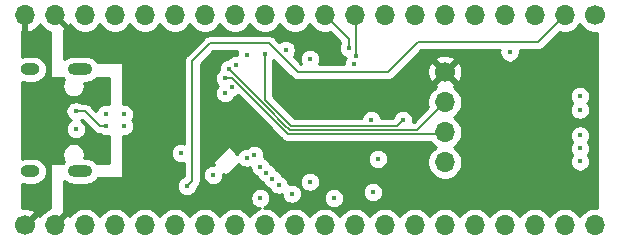
<source format=gbr>
%TF.GenerationSoftware,KiCad,Pcbnew,(5.1.6)-1*%
%TF.CreationDate,2022-07-03T21:07:17+08:00*%
%TF.ProjectId,cloneduino_zero,636c6f6e-6564-4756-996e-6f5f7a65726f,1.0*%
%TF.SameCoordinates,Original*%
%TF.FileFunction,Copper,L3,Inr*%
%TF.FilePolarity,Positive*%
%FSLAX46Y46*%
G04 Gerber Fmt 4.6, Leading zero omitted, Abs format (unit mm)*
G04 Created by KiCad (PCBNEW (5.1.6)-1) date 2022-07-03 21:07:17*
%MOMM*%
%LPD*%
G01*
G04 APERTURE LIST*
%TA.AperFunction,ViaPad*%
%ADD10O,1.700000X1.700000*%
%TD*%
%TA.AperFunction,ViaPad*%
%ADD11C,1.700000*%
%TD*%
%TA.AperFunction,ViaPad*%
%ADD12O,2.100000X1.000000*%
%TD*%
%TA.AperFunction,ViaPad*%
%ADD13O,1.600000X1.000000*%
%TD*%
%TA.AperFunction,ViaPad*%
%ADD14C,0.450000*%
%TD*%
%TA.AperFunction,Conductor*%
%ADD15C,0.500000*%
%TD*%
%TA.AperFunction,Conductor*%
%ADD16C,0.127000*%
%TD*%
%TA.AperFunction,Conductor*%
%ADD17C,0.254000*%
%TD*%
G04 APERTURE END LIST*
D10*
%TO.N,+5V*%
%TO.C,J4*%
X49276000Y-85344000D03*
%TO.N,+3V3*%
X51816000Y-85344000D03*
%TO.N,GND*%
X54356000Y-85344000D03*
%TO.N,/PB03*%
X56896000Y-85344000D03*
%TO.N,/PB02*%
X59436000Y-85344000D03*
%TO.N,/PA28*%
X61976000Y-85344000D03*
%TO.N,/NRST*%
X64516000Y-85344000D03*
%TO.N,/PA27*%
X67056000Y-85344000D03*
%TO.N,/PB23*%
X69596000Y-85344000D03*
%TO.N,/PB22*%
X72136000Y-85344000D03*
%TO.N,/USB_D+*%
X74676000Y-85344000D03*
%TO.N,/USB_D-*%
X77216000Y-85344000D03*
%TO.N,/PA23*%
X79756000Y-85344000D03*
%TO.N,/PA22*%
X82296000Y-85344000D03*
%TO.N,/PA21*%
X84836000Y-85344000D03*
%TO.N,/PA20*%
X87376000Y-85344000D03*
%TO.N,/PA19*%
X89916000Y-85344000D03*
%TO.N,/PA18*%
X92456000Y-85344000D03*
%TO.N,/PA17*%
X94996000Y-85344000D03*
D11*
%TO.N,/PA16*%
X97536000Y-85344000D03*
%TD*%
D12*
%TO.N,GND*%
%TO.C,J1*%
X53930000Y-98554000D03*
X53930000Y-89914000D03*
D13*
X49750000Y-89914000D03*
X49750000Y-98554000D03*
%TD*%
D10*
%TO.N,GND*%
%TO.C,J5*%
X84836000Y-97790000D03*
%TO.N,/PA31*%
X84836000Y-95250000D03*
%TO.N,/PA30*%
X84836000Y-92710000D03*
D11*
%TO.N,+3V3*%
X84836000Y-90170000D03*
%TD*%
D10*
%TO.N,/PA15*%
%TO.C,J3*%
X97536000Y-103124000D03*
%TO.N,/PA14*%
X94996000Y-103124000D03*
%TO.N,/PA12*%
X92456000Y-103124000D03*
%TO.N,/PB11*%
X89916000Y-103124000D03*
%TO.N,/PB10*%
X87376000Y-103124000D03*
%TO.N,/PA11*%
X84836000Y-103124000D03*
%TO.N,/PA10*%
X82296000Y-103124000D03*
%TO.N,/PA09*%
X79756000Y-103124000D03*
%TO.N,/PA08*%
X77216000Y-103124000D03*
%TO.N,/PA07*%
X74676000Y-103124000D03*
%TO.N,/PA06*%
X72136000Y-103124000D03*
%TO.N,/PA05*%
X69596000Y-103124000D03*
%TO.N,/PA04*%
X67056000Y-103124000D03*
%TO.N,/PB09*%
X64516000Y-103124000D03*
%TO.N,/PB08*%
X61976000Y-103124000D03*
%TO.N,/PA03*%
X59436000Y-103124000D03*
%TO.N,/PA02*%
X56896000Y-103124000D03*
%TO.N,GND*%
X54356000Y-103124000D03*
%TO.N,+3V3*%
X51816000Y-103124000D03*
D11*
%TO.N,+5V*%
X49276000Y-103124000D03*
%TD*%
D14*
%TO.N,GND*%
X73406000Y-89027000D03*
X96266000Y-96629000D03*
X57658000Y-93726000D03*
X69215000Y-100838000D03*
X62484000Y-97028000D03*
X78613000Y-94234000D03*
X73406000Y-99441000D03*
X78740000Y-100330000D03*
X65214500Y-98869500D03*
X68072000Y-88684053D03*
X57658000Y-94742000D03*
X90322000Y-88494000D03*
X67183000Y-89535000D03*
%TO.N,+5V*%
X56035990Y-96684000D03*
X55955496Y-91769496D03*
%TO.N,+3V3*%
X75184000Y-88519000D03*
X62738000Y-93284000D03*
X96266000Y-94429000D03*
X59228000Y-99141000D03*
X76644500Y-98488500D03*
X65659000Y-101346000D03*
X67183000Y-88646000D03*
%TO.N,/NRST*%
X69599022Y-88642978D03*
X81280000Y-94234000D03*
%TO.N,/USB_D-*%
X56134000Y-94742000D03*
X53582000Y-93484000D03*
X77343000Y-88805100D03*
%TO.N,/USB_D+*%
X76708000Y-88138000D03*
X56134000Y-93726000D03*
X53594000Y-94996000D03*
%TO.N,/PA02*%
X68072000Y-97409000D03*
%TO.N,/PA03*%
X68707000Y-97155000D03*
%TO.N,/PB08*%
X69215000Y-98171000D03*
%TO.N,/PB09*%
X69723000Y-98679000D03*
%TO.N,/PA04*%
X70231000Y-99187000D03*
%TO.N,/PA05*%
X70764491Y-99695000D03*
%TO.N,/PA07*%
X71882000Y-100457000D03*
%TO.N,/PA08*%
X75438000Y-100838000D03*
%TO.N,/PB10*%
X96266000Y-93345000D03*
%TO.N,/PB11*%
X96266000Y-95529000D03*
%TO.N,/PA12*%
X96266000Y-97729000D03*
%TO.N,/PB03*%
X66230500Y-91948000D03*
%TO.N,/PB02*%
X66802000Y-91440000D03*
%TO.N,/PA31*%
X66230500Y-90678000D03*
%TO.N,/PA30*%
X66548000Y-89916000D03*
%TO.N,/PB22*%
X71358183Y-88280817D03*
%TO.N,/PA23*%
X77133659Y-89452659D03*
%TO.N,/PA17*%
X62992000Y-99822000D03*
%TO.N,/PA13*%
X79160076Y-97496924D03*
X96266000Y-92202000D03*
%TD*%
D15*
%TO.N,+3V3*%
X51816000Y-103124000D02*
X52940000Y-102000000D01*
X51816000Y-85344000D02*
X53472000Y-87000000D01*
D16*
%TO.N,/NRST*%
X69599022Y-92504562D02*
X69599022Y-88642978D01*
X81280000Y-94234000D02*
X80772000Y-94742000D01*
X71836460Y-94742000D02*
X69599022Y-92504562D01*
X80772000Y-94742000D02*
X71836460Y-94742000D01*
%TO.N,/USB_D-*%
X77343000Y-88805100D02*
X77343000Y-85471000D01*
X55626000Y-94742000D02*
X56134000Y-94742000D01*
X54368000Y-93484000D02*
X55626000Y-94742000D01*
X77343000Y-85471000D02*
X77216000Y-85344000D01*
X53582000Y-93484000D02*
X54368000Y-93484000D01*
%TO.N,/USB_D+*%
X76708000Y-87376000D02*
X76708000Y-88138000D01*
X74676000Y-85344000D02*
X76708000Y-87376000D01*
%TO.N,/PA31*%
X84836000Y-95250000D02*
X84689980Y-95396020D01*
X70698270Y-94528732D02*
X70698270Y-94528730D01*
X84689980Y-95396020D02*
X71565558Y-95396020D01*
X66847539Y-90678000D02*
X66230500Y-90678000D01*
X71565558Y-95396020D02*
X70698270Y-94528732D01*
X70698270Y-94528730D02*
X66847539Y-90678000D01*
%TO.N,/PA30*%
X71247000Y-94615000D02*
X71701009Y-95069010D01*
X71701009Y-95069010D02*
X82476990Y-95069010D01*
X71247000Y-94615000D02*
X69850000Y-93218000D01*
X69850000Y-93218000D02*
X66548000Y-89916000D01*
X82476990Y-95069010D02*
X84836000Y-92710000D01*
%TO.N,/PA17*%
X94996000Y-85344000D02*
X92710000Y-87630000D01*
X69936001Y-87716001D02*
X64937999Y-87716001D01*
X63455501Y-99358499D02*
X62992000Y-99822000D01*
X80010000Y-90170000D02*
X72390000Y-90170000D01*
X72390000Y-90170000D02*
X69936001Y-87716001D01*
X64937999Y-87716001D02*
X63455501Y-89198499D01*
X63455501Y-89198499D02*
X63455501Y-99358499D01*
X82550000Y-87630000D02*
X80010000Y-90170000D01*
X92710000Y-87630000D02*
X82550000Y-87630000D01*
%TD*%
D17*
%TO.N,+3V3*%
G36*
X53202525Y-86290632D02*
G01*
X53409368Y-86497475D01*
X53652589Y-86659990D01*
X53922842Y-86771932D01*
X54209740Y-86829000D01*
X54502260Y-86829000D01*
X54789158Y-86771932D01*
X55059411Y-86659990D01*
X55302632Y-86497475D01*
X55509475Y-86290632D01*
X55626000Y-86116240D01*
X55742525Y-86290632D01*
X55949368Y-86497475D01*
X56192589Y-86659990D01*
X56462842Y-86771932D01*
X56749740Y-86829000D01*
X57042260Y-86829000D01*
X57329158Y-86771932D01*
X57599411Y-86659990D01*
X57842632Y-86497475D01*
X58049475Y-86290632D01*
X58166000Y-86116240D01*
X58282525Y-86290632D01*
X58489368Y-86497475D01*
X58732589Y-86659990D01*
X59002842Y-86771932D01*
X59289740Y-86829000D01*
X59582260Y-86829000D01*
X59869158Y-86771932D01*
X60139411Y-86659990D01*
X60382632Y-86497475D01*
X60589475Y-86290632D01*
X60706000Y-86116240D01*
X60822525Y-86290632D01*
X61029368Y-86497475D01*
X61272589Y-86659990D01*
X61542842Y-86771932D01*
X61829740Y-86829000D01*
X62122260Y-86829000D01*
X62409158Y-86771932D01*
X62679411Y-86659990D01*
X62922632Y-86497475D01*
X63129475Y-86290632D01*
X63246000Y-86116240D01*
X63362525Y-86290632D01*
X63569368Y-86497475D01*
X63812589Y-86659990D01*
X64082842Y-86771932D01*
X64369740Y-86829000D01*
X64662260Y-86829000D01*
X64949158Y-86771932D01*
X65219411Y-86659990D01*
X65462632Y-86497475D01*
X65669475Y-86290632D01*
X65786000Y-86116240D01*
X65902525Y-86290632D01*
X66109368Y-86497475D01*
X66352589Y-86659990D01*
X66622842Y-86771932D01*
X66909740Y-86829000D01*
X67202260Y-86829000D01*
X67489158Y-86771932D01*
X67759411Y-86659990D01*
X68002632Y-86497475D01*
X68209475Y-86290632D01*
X68326000Y-86116240D01*
X68442525Y-86290632D01*
X68649368Y-86497475D01*
X68892589Y-86659990D01*
X69162842Y-86771932D01*
X69449740Y-86829000D01*
X69742260Y-86829000D01*
X70029158Y-86771932D01*
X70299411Y-86659990D01*
X70542632Y-86497475D01*
X70749475Y-86290632D01*
X70866000Y-86116240D01*
X70982525Y-86290632D01*
X71189368Y-86497475D01*
X71432589Y-86659990D01*
X71702842Y-86771932D01*
X71989740Y-86829000D01*
X72282260Y-86829000D01*
X72569158Y-86771932D01*
X72839411Y-86659990D01*
X73082632Y-86497475D01*
X73289475Y-86290632D01*
X73406000Y-86116240D01*
X73522525Y-86290632D01*
X73729368Y-86497475D01*
X73972589Y-86659990D01*
X74242842Y-86771932D01*
X74529740Y-86829000D01*
X74822260Y-86829000D01*
X75109158Y-86771932D01*
X75114070Y-86769897D01*
X75997521Y-87653349D01*
X75945878Y-87730637D01*
X75881049Y-87887147D01*
X75848000Y-88053297D01*
X75848000Y-88222703D01*
X75881049Y-88388853D01*
X75945878Y-88545363D01*
X76039995Y-88686218D01*
X76159782Y-88806005D01*
X76300637Y-88900122D01*
X76432143Y-88954594D01*
X76371537Y-89045296D01*
X76306708Y-89201806D01*
X76273659Y-89367956D01*
X76273659Y-89471500D01*
X74143308Y-89471500D01*
X74168122Y-89434363D01*
X74232951Y-89277853D01*
X74266000Y-89111703D01*
X74266000Y-88942297D01*
X74232951Y-88776147D01*
X74168122Y-88619637D01*
X74074005Y-88478782D01*
X73954218Y-88358995D01*
X73813363Y-88264878D01*
X73656853Y-88200049D01*
X73490703Y-88167000D01*
X73321297Y-88167000D01*
X73155147Y-88200049D01*
X72998637Y-88264878D01*
X72857782Y-88358995D01*
X72737995Y-88478782D01*
X72643878Y-88619637D01*
X72579049Y-88776147D01*
X72546000Y-88942297D01*
X72546000Y-89111703D01*
X72579049Y-89277853D01*
X72643878Y-89434363D01*
X72647275Y-89439447D01*
X72030464Y-88822636D01*
X72120305Y-88688180D01*
X72185134Y-88531670D01*
X72218183Y-88365520D01*
X72218183Y-88196114D01*
X72185134Y-88029964D01*
X72120305Y-87873454D01*
X72026188Y-87732599D01*
X71906401Y-87612812D01*
X71765546Y-87518695D01*
X71609036Y-87453866D01*
X71442886Y-87420817D01*
X71273480Y-87420817D01*
X71107330Y-87453866D01*
X70950820Y-87518695D01*
X70816364Y-87608537D01*
X70454176Y-87246349D01*
X70432304Y-87219698D01*
X70325944Y-87132410D01*
X70204598Y-87067549D01*
X70072931Y-87027608D01*
X69970310Y-87017501D01*
X69970299Y-87017501D01*
X69936001Y-87014123D01*
X69901703Y-87017501D01*
X64972297Y-87017501D01*
X64937999Y-87014123D01*
X64903701Y-87017501D01*
X64903690Y-87017501D01*
X64801069Y-87027608D01*
X64669402Y-87067549D01*
X64612916Y-87097741D01*
X64548055Y-87132410D01*
X64468345Y-87197827D01*
X64468342Y-87197830D01*
X64441696Y-87219698D01*
X64419828Y-87246344D01*
X62985845Y-88680328D01*
X62959198Y-88702197D01*
X62937330Y-88728843D01*
X62937327Y-88728846D01*
X62871910Y-88808556D01*
X62855419Y-88839409D01*
X62807049Y-88929903D01*
X62767108Y-89061570D01*
X62757001Y-89164191D01*
X62757001Y-89164201D01*
X62753623Y-89198499D01*
X62757001Y-89232797D01*
X62757002Y-96210223D01*
X62734853Y-96201049D01*
X62568703Y-96168000D01*
X62399297Y-96168000D01*
X62233147Y-96201049D01*
X62076637Y-96265878D01*
X61935782Y-96359995D01*
X61815995Y-96479782D01*
X61721878Y-96620637D01*
X61657049Y-96777147D01*
X61624000Y-96943297D01*
X61624000Y-97112703D01*
X61657049Y-97278853D01*
X61721878Y-97435363D01*
X61815995Y-97576218D01*
X61935782Y-97696005D01*
X62076637Y-97790122D01*
X62233147Y-97854951D01*
X62399297Y-97888000D01*
X62568703Y-97888000D01*
X62734853Y-97854951D01*
X62757002Y-97845777D01*
X62757002Y-98991895D01*
X62741147Y-98995049D01*
X62584637Y-99059878D01*
X62443782Y-99153995D01*
X62323995Y-99273782D01*
X62229878Y-99414637D01*
X62165049Y-99571147D01*
X62132000Y-99737297D01*
X62132000Y-99906703D01*
X62165049Y-100072853D01*
X62229878Y-100229363D01*
X62323995Y-100370218D01*
X62443782Y-100490005D01*
X62584637Y-100584122D01*
X62741147Y-100648951D01*
X62907297Y-100682000D01*
X63076703Y-100682000D01*
X63242853Y-100648951D01*
X63399363Y-100584122D01*
X63540218Y-100490005D01*
X63660005Y-100370218D01*
X63754122Y-100229363D01*
X63818951Y-100072853D01*
X63841292Y-99960535D01*
X63925153Y-99876674D01*
X63951804Y-99854802D01*
X64005811Y-99788995D01*
X64039092Y-99748443D01*
X64103952Y-99627098D01*
X64109844Y-99607676D01*
X64143894Y-99495429D01*
X64154001Y-99392808D01*
X64154001Y-99392798D01*
X64157379Y-99358500D01*
X64154001Y-99324202D01*
X64154001Y-98784797D01*
X64354500Y-98784797D01*
X64354500Y-98954203D01*
X64387549Y-99120353D01*
X64452378Y-99276863D01*
X64546495Y-99417718D01*
X64666282Y-99537505D01*
X64807137Y-99631622D01*
X64963647Y-99696451D01*
X65129797Y-99729500D01*
X65299203Y-99729500D01*
X65465353Y-99696451D01*
X65621863Y-99631622D01*
X65762718Y-99537505D01*
X65882505Y-99417718D01*
X65976622Y-99276863D01*
X66041451Y-99120353D01*
X66074500Y-98954203D01*
X66074500Y-98784797D01*
X66069859Y-98761465D01*
X66204197Y-98895803D01*
X66223443Y-98911597D01*
X66245399Y-98923333D01*
X66269224Y-98930560D01*
X66294000Y-98933000D01*
X66318776Y-98930560D01*
X66342601Y-98923333D01*
X66364557Y-98911597D01*
X66383803Y-98895803D01*
X67371308Y-97908298D01*
X67403995Y-97957218D01*
X67523782Y-98077005D01*
X67664637Y-98171122D01*
X67821147Y-98235951D01*
X67987297Y-98269000D01*
X68156703Y-98269000D01*
X68322853Y-98235951D01*
X68355000Y-98222635D01*
X68355000Y-98255703D01*
X68388049Y-98421853D01*
X68452878Y-98578363D01*
X68546995Y-98719218D01*
X68666782Y-98839005D01*
X68807637Y-98933122D01*
X68915995Y-98978005D01*
X68960878Y-99086363D01*
X69054995Y-99227218D01*
X69174782Y-99347005D01*
X69315637Y-99441122D01*
X69423995Y-99486005D01*
X69468878Y-99594363D01*
X69562995Y-99735218D01*
X69682782Y-99855005D01*
X69823637Y-99949122D01*
X69962765Y-100006751D01*
X70002369Y-100102363D01*
X70096486Y-100243218D01*
X70216273Y-100363005D01*
X70357128Y-100457122D01*
X70513638Y-100521951D01*
X70679788Y-100555000D01*
X70849194Y-100555000D01*
X71015344Y-100521951D01*
X71022000Y-100519194D01*
X71022000Y-100541703D01*
X71055049Y-100707853D01*
X71119878Y-100864363D01*
X71213995Y-101005218D01*
X71333782Y-101125005D01*
X71474637Y-101219122D01*
X71631147Y-101283951D01*
X71797297Y-101317000D01*
X71966703Y-101317000D01*
X72132853Y-101283951D01*
X72289363Y-101219122D01*
X72430218Y-101125005D01*
X72550005Y-101005218D01*
X72644122Y-100864363D01*
X72690127Y-100753297D01*
X74578000Y-100753297D01*
X74578000Y-100922703D01*
X74611049Y-101088853D01*
X74675878Y-101245363D01*
X74769995Y-101386218D01*
X74889782Y-101506005D01*
X75030637Y-101600122D01*
X75187147Y-101664951D01*
X75353297Y-101698000D01*
X75522703Y-101698000D01*
X75688853Y-101664951D01*
X75845363Y-101600122D01*
X75986218Y-101506005D01*
X76106005Y-101386218D01*
X76200122Y-101245363D01*
X76264951Y-101088853D01*
X76298000Y-100922703D01*
X76298000Y-100753297D01*
X76264951Y-100587147D01*
X76200122Y-100430637D01*
X76106005Y-100289782D01*
X76061520Y-100245297D01*
X77880000Y-100245297D01*
X77880000Y-100414703D01*
X77913049Y-100580853D01*
X77977878Y-100737363D01*
X78071995Y-100878218D01*
X78191782Y-100998005D01*
X78332637Y-101092122D01*
X78489147Y-101156951D01*
X78655297Y-101190000D01*
X78824703Y-101190000D01*
X78990853Y-101156951D01*
X79147363Y-101092122D01*
X79288218Y-100998005D01*
X79408005Y-100878218D01*
X79502122Y-100737363D01*
X79566951Y-100580853D01*
X79600000Y-100414703D01*
X79600000Y-100245297D01*
X79566951Y-100079147D01*
X79502122Y-99922637D01*
X79408005Y-99781782D01*
X79288218Y-99661995D01*
X79147363Y-99567878D01*
X78990853Y-99503049D01*
X78824703Y-99470000D01*
X78655297Y-99470000D01*
X78489147Y-99503049D01*
X78332637Y-99567878D01*
X78191782Y-99661995D01*
X78071995Y-99781782D01*
X77977878Y-99922637D01*
X77913049Y-100079147D01*
X77880000Y-100245297D01*
X76061520Y-100245297D01*
X75986218Y-100169995D01*
X75845363Y-100075878D01*
X75688853Y-100011049D01*
X75522703Y-99978000D01*
X75353297Y-99978000D01*
X75187147Y-100011049D01*
X75030637Y-100075878D01*
X74889782Y-100169995D01*
X74769995Y-100289782D01*
X74675878Y-100430637D01*
X74611049Y-100587147D01*
X74578000Y-100753297D01*
X72690127Y-100753297D01*
X72708951Y-100707853D01*
X72742000Y-100541703D01*
X72742000Y-100372297D01*
X72708951Y-100206147D01*
X72644122Y-100049637D01*
X72550005Y-99908782D01*
X72430218Y-99788995D01*
X72289363Y-99694878D01*
X72132853Y-99630049D01*
X71966703Y-99597000D01*
X71797297Y-99597000D01*
X71631147Y-99630049D01*
X71624491Y-99632806D01*
X71624491Y-99610297D01*
X71591442Y-99444147D01*
X71555054Y-99356297D01*
X72546000Y-99356297D01*
X72546000Y-99525703D01*
X72579049Y-99691853D01*
X72643878Y-99848363D01*
X72737995Y-99989218D01*
X72857782Y-100109005D01*
X72998637Y-100203122D01*
X73155147Y-100267951D01*
X73321297Y-100301000D01*
X73490703Y-100301000D01*
X73656853Y-100267951D01*
X73813363Y-100203122D01*
X73954218Y-100109005D01*
X74074005Y-99989218D01*
X74168122Y-99848363D01*
X74232951Y-99691853D01*
X74266000Y-99525703D01*
X74266000Y-99356297D01*
X74232951Y-99190147D01*
X74168122Y-99033637D01*
X74074005Y-98892782D01*
X73954218Y-98772995D01*
X73813363Y-98678878D01*
X73656853Y-98614049D01*
X73490703Y-98581000D01*
X73321297Y-98581000D01*
X73155147Y-98614049D01*
X72998637Y-98678878D01*
X72857782Y-98772995D01*
X72737995Y-98892782D01*
X72643878Y-99033637D01*
X72579049Y-99190147D01*
X72546000Y-99356297D01*
X71555054Y-99356297D01*
X71526613Y-99287637D01*
X71432496Y-99146782D01*
X71312709Y-99026995D01*
X71171854Y-98932878D01*
X71032726Y-98875249D01*
X70993122Y-98779637D01*
X70899005Y-98638782D01*
X70779218Y-98518995D01*
X70638363Y-98424878D01*
X70530005Y-98379995D01*
X70485122Y-98271637D01*
X70391005Y-98130782D01*
X70271218Y-98010995D01*
X70130363Y-97916878D01*
X70022005Y-97871995D01*
X69977122Y-97763637D01*
X69883005Y-97622782D01*
X69763218Y-97502995D01*
X69627367Y-97412221D01*
X78300076Y-97412221D01*
X78300076Y-97581627D01*
X78333125Y-97747777D01*
X78397954Y-97904287D01*
X78492071Y-98045142D01*
X78611858Y-98164929D01*
X78752713Y-98259046D01*
X78909223Y-98323875D01*
X79075373Y-98356924D01*
X79244779Y-98356924D01*
X79410929Y-98323875D01*
X79567439Y-98259046D01*
X79708294Y-98164929D01*
X79828081Y-98045142D01*
X79922198Y-97904287D01*
X79987027Y-97747777D01*
X80020076Y-97581627D01*
X80020076Y-97412221D01*
X79987027Y-97246071D01*
X79922198Y-97089561D01*
X79828081Y-96948706D01*
X79708294Y-96828919D01*
X79567439Y-96734802D01*
X79410929Y-96669973D01*
X79244779Y-96636924D01*
X79075373Y-96636924D01*
X78909223Y-96669973D01*
X78752713Y-96734802D01*
X78611858Y-96828919D01*
X78492071Y-96948706D01*
X78397954Y-97089561D01*
X78333125Y-97246071D01*
X78300076Y-97412221D01*
X69627367Y-97412221D01*
X69622363Y-97408878D01*
X69540125Y-97374814D01*
X69567000Y-97239703D01*
X69567000Y-97070297D01*
X69533951Y-96904147D01*
X69469122Y-96747637D01*
X69375005Y-96606782D01*
X69255218Y-96486995D01*
X69114363Y-96392878D01*
X68957853Y-96328049D01*
X68791703Y-96295000D01*
X68622297Y-96295000D01*
X68456147Y-96328049D01*
X68299637Y-96392878D01*
X68158782Y-96486995D01*
X68096777Y-96549000D01*
X67987297Y-96549000D01*
X67821147Y-96582049D01*
X67664637Y-96646878D01*
X67523782Y-96740995D01*
X67403995Y-96860782D01*
X67309878Y-97001637D01*
X67280403Y-97072797D01*
X66637803Y-96430197D01*
X66618557Y-96414403D01*
X66596601Y-96402667D01*
X66572776Y-96395440D01*
X66548000Y-96393000D01*
X66523224Y-96395440D01*
X66499399Y-96402667D01*
X66477443Y-96414403D01*
X66458197Y-96430197D01*
X65188197Y-97700197D01*
X65172403Y-97719443D01*
X65160667Y-97741399D01*
X65153440Y-97765224D01*
X65151000Y-97790000D01*
X65153440Y-97814776D01*
X65160667Y-97838601D01*
X65172403Y-97860557D01*
X65188197Y-97879803D01*
X65322535Y-98014141D01*
X65299203Y-98009500D01*
X65129797Y-98009500D01*
X64963647Y-98042549D01*
X64807137Y-98107378D01*
X64666282Y-98201495D01*
X64546495Y-98321282D01*
X64452378Y-98462137D01*
X64387549Y-98618647D01*
X64354500Y-98784797D01*
X64154001Y-98784797D01*
X64154001Y-89487826D01*
X65227327Y-88414501D01*
X67252794Y-88414501D01*
X67245049Y-88433200D01*
X67212000Y-88599350D01*
X67212000Y-88675000D01*
X67098297Y-88675000D01*
X66932147Y-88708049D01*
X66775637Y-88772878D01*
X66634782Y-88866995D01*
X66514995Y-88986782D01*
X66468745Y-89056000D01*
X66463297Y-89056000D01*
X66297147Y-89089049D01*
X66140637Y-89153878D01*
X65999782Y-89247995D01*
X65879995Y-89367782D01*
X65785878Y-89508637D01*
X65721049Y-89665147D01*
X65688000Y-89831297D01*
X65688000Y-90000703D01*
X65688961Y-90005532D01*
X65682282Y-90009995D01*
X65562495Y-90129782D01*
X65468378Y-90270637D01*
X65403549Y-90427147D01*
X65370500Y-90593297D01*
X65370500Y-90762703D01*
X65403549Y-90928853D01*
X65468378Y-91085363D01*
X65562495Y-91226218D01*
X65649277Y-91313000D01*
X65562495Y-91399782D01*
X65468378Y-91540637D01*
X65403549Y-91697147D01*
X65370500Y-91863297D01*
X65370500Y-92032703D01*
X65403549Y-92198853D01*
X65468378Y-92355363D01*
X65562495Y-92496218D01*
X65682282Y-92616005D01*
X65823137Y-92710122D01*
X65979647Y-92774951D01*
X66145797Y-92808000D01*
X66315203Y-92808000D01*
X66481353Y-92774951D01*
X66637863Y-92710122D01*
X66778718Y-92616005D01*
X66898505Y-92496218D01*
X66992622Y-92355363D01*
X67027124Y-92272069D01*
X67052853Y-92266951D01*
X67209363Y-92202122D01*
X67313950Y-92132239D01*
X70180099Y-94998388D01*
X70201967Y-95025034D01*
X70228614Y-95046903D01*
X71047387Y-95865677D01*
X71069255Y-95892323D01*
X71095901Y-95914191D01*
X71095903Y-95914193D01*
X71175614Y-95979611D01*
X71243684Y-96015995D01*
X71296961Y-96044472D01*
X71428628Y-96084413D01*
X71531249Y-96094520D01*
X71531259Y-96094520D01*
X71565557Y-96097898D01*
X71599855Y-96094520D01*
X83614296Y-96094520D01*
X83682525Y-96196632D01*
X83889368Y-96403475D01*
X84063760Y-96520000D01*
X83889368Y-96636525D01*
X83682525Y-96843368D01*
X83520010Y-97086589D01*
X83408068Y-97356842D01*
X83351000Y-97643740D01*
X83351000Y-97936260D01*
X83408068Y-98223158D01*
X83520010Y-98493411D01*
X83682525Y-98736632D01*
X83889368Y-98943475D01*
X84132589Y-99105990D01*
X84402842Y-99217932D01*
X84689740Y-99275000D01*
X84982260Y-99275000D01*
X85269158Y-99217932D01*
X85539411Y-99105990D01*
X85782632Y-98943475D01*
X85989475Y-98736632D01*
X86151990Y-98493411D01*
X86263932Y-98223158D01*
X86321000Y-97936260D01*
X86321000Y-97643740D01*
X86263932Y-97356842D01*
X86151990Y-97086589D01*
X85989475Y-96843368D01*
X85782632Y-96636525D01*
X85608240Y-96520000D01*
X85782632Y-96403475D01*
X85989475Y-96196632D01*
X86151990Y-95953411D01*
X86263932Y-95683158D01*
X86311444Y-95444297D01*
X95406000Y-95444297D01*
X95406000Y-95613703D01*
X95439049Y-95779853D01*
X95503878Y-95936363D01*
X95597995Y-96077218D01*
X95599777Y-96079000D01*
X95597995Y-96080782D01*
X95503878Y-96221637D01*
X95439049Y-96378147D01*
X95406000Y-96544297D01*
X95406000Y-96713703D01*
X95439049Y-96879853D01*
X95503878Y-97036363D01*
X95597995Y-97177218D01*
X95599777Y-97179000D01*
X95597995Y-97180782D01*
X95503878Y-97321637D01*
X95439049Y-97478147D01*
X95406000Y-97644297D01*
X95406000Y-97813703D01*
X95439049Y-97979853D01*
X95503878Y-98136363D01*
X95597995Y-98277218D01*
X95717782Y-98397005D01*
X95858637Y-98491122D01*
X96015147Y-98555951D01*
X96181297Y-98589000D01*
X96350703Y-98589000D01*
X96516853Y-98555951D01*
X96673363Y-98491122D01*
X96814218Y-98397005D01*
X96934005Y-98277218D01*
X97028122Y-98136363D01*
X97092951Y-97979853D01*
X97126000Y-97813703D01*
X97126000Y-97644297D01*
X97092951Y-97478147D01*
X97028122Y-97321637D01*
X96934005Y-97180782D01*
X96932223Y-97179000D01*
X96934005Y-97177218D01*
X97028122Y-97036363D01*
X97092951Y-96879853D01*
X97126000Y-96713703D01*
X97126000Y-96544297D01*
X97092951Y-96378147D01*
X97028122Y-96221637D01*
X96934005Y-96080782D01*
X96932223Y-96079000D01*
X96934005Y-96077218D01*
X97028122Y-95936363D01*
X97092951Y-95779853D01*
X97126000Y-95613703D01*
X97126000Y-95444297D01*
X97092951Y-95278147D01*
X97028122Y-95121637D01*
X96934005Y-94980782D01*
X96814218Y-94860995D01*
X96673363Y-94766878D01*
X96516853Y-94702049D01*
X96350703Y-94669000D01*
X96181297Y-94669000D01*
X96015147Y-94702049D01*
X95858637Y-94766878D01*
X95717782Y-94860995D01*
X95597995Y-94980782D01*
X95503878Y-95121637D01*
X95439049Y-95278147D01*
X95406000Y-95444297D01*
X86311444Y-95444297D01*
X86321000Y-95396260D01*
X86321000Y-95103740D01*
X86263932Y-94816842D01*
X86151990Y-94546589D01*
X85989475Y-94303368D01*
X85782632Y-94096525D01*
X85608240Y-93980000D01*
X85782632Y-93863475D01*
X85989475Y-93656632D01*
X86151990Y-93413411D01*
X86263932Y-93143158D01*
X86321000Y-92856260D01*
X86321000Y-92563740D01*
X86263932Y-92276842D01*
X86197847Y-92117297D01*
X95406000Y-92117297D01*
X95406000Y-92286703D01*
X95439049Y-92452853D01*
X95503878Y-92609363D01*
X95597995Y-92750218D01*
X95621277Y-92773500D01*
X95597995Y-92796782D01*
X95503878Y-92937637D01*
X95439049Y-93094147D01*
X95406000Y-93260297D01*
X95406000Y-93429703D01*
X95439049Y-93595853D01*
X95503878Y-93752363D01*
X95597995Y-93893218D01*
X95717782Y-94013005D01*
X95858637Y-94107122D01*
X96015147Y-94171951D01*
X96181297Y-94205000D01*
X96350703Y-94205000D01*
X96516853Y-94171951D01*
X96673363Y-94107122D01*
X96814218Y-94013005D01*
X96934005Y-93893218D01*
X97028122Y-93752363D01*
X97092951Y-93595853D01*
X97126000Y-93429703D01*
X97126000Y-93260297D01*
X97092951Y-93094147D01*
X97028122Y-92937637D01*
X96934005Y-92796782D01*
X96910723Y-92773500D01*
X96934005Y-92750218D01*
X97028122Y-92609363D01*
X97092951Y-92452853D01*
X97126000Y-92286703D01*
X97126000Y-92117297D01*
X97092951Y-91951147D01*
X97028122Y-91794637D01*
X96934005Y-91653782D01*
X96814218Y-91533995D01*
X96673363Y-91439878D01*
X96516853Y-91375049D01*
X96350703Y-91342000D01*
X96181297Y-91342000D01*
X96015147Y-91375049D01*
X95858637Y-91439878D01*
X95717782Y-91533995D01*
X95597995Y-91653782D01*
X95503878Y-91794637D01*
X95439049Y-91951147D01*
X95406000Y-92117297D01*
X86197847Y-92117297D01*
X86151990Y-92006589D01*
X85989475Y-91763368D01*
X85782632Y-91556525D01*
X85609271Y-91440689D01*
X85684792Y-91198397D01*
X84836000Y-90349605D01*
X83987208Y-91198397D01*
X84062729Y-91440689D01*
X83889368Y-91556525D01*
X83682525Y-91763368D01*
X83520010Y-92006589D01*
X83408068Y-92276842D01*
X83351000Y-92563740D01*
X83351000Y-92856260D01*
X83408068Y-93143158D01*
X83410103Y-93148070D01*
X82187663Y-94370510D01*
X82129695Y-94370510D01*
X82140000Y-94318703D01*
X82140000Y-94149297D01*
X82106951Y-93983147D01*
X82042122Y-93826637D01*
X81948005Y-93685782D01*
X81828218Y-93565995D01*
X81687363Y-93471878D01*
X81530853Y-93407049D01*
X81364703Y-93374000D01*
X81195297Y-93374000D01*
X81029147Y-93407049D01*
X80872637Y-93471878D01*
X80731782Y-93565995D01*
X80611995Y-93685782D01*
X80517878Y-93826637D01*
X80453049Y-93983147D01*
X80441044Y-94043500D01*
X79451956Y-94043500D01*
X79439951Y-93983147D01*
X79375122Y-93826637D01*
X79281005Y-93685782D01*
X79161218Y-93565995D01*
X79020363Y-93471878D01*
X78863853Y-93407049D01*
X78697703Y-93374000D01*
X78528297Y-93374000D01*
X78362147Y-93407049D01*
X78205637Y-93471878D01*
X78064782Y-93565995D01*
X77944995Y-93685782D01*
X77850878Y-93826637D01*
X77786049Y-93983147D01*
X77774044Y-94043500D01*
X72125789Y-94043500D01*
X70297522Y-92215235D01*
X70297522Y-89145557D01*
X70329649Y-89097476D01*
X71871829Y-90639657D01*
X71893697Y-90666303D01*
X71920343Y-90688171D01*
X71920346Y-90688174D01*
X71973792Y-90732036D01*
X72000057Y-90753591D01*
X72121403Y-90818452D01*
X72253070Y-90858393D01*
X72355691Y-90868500D01*
X72355702Y-90868500D01*
X72390000Y-90871878D01*
X72424298Y-90868500D01*
X79975702Y-90868500D01*
X80010000Y-90871878D01*
X80044298Y-90868500D01*
X80044309Y-90868500D01*
X80146930Y-90858393D01*
X80278597Y-90818452D01*
X80399943Y-90753591D01*
X80506303Y-90666303D01*
X80528175Y-90639652D01*
X80929296Y-90238531D01*
X83345389Y-90238531D01*
X83387401Y-90528019D01*
X83485081Y-90803747D01*
X83558528Y-90941157D01*
X83807603Y-91018792D01*
X84656395Y-90170000D01*
X85015605Y-90170000D01*
X85864397Y-91018792D01*
X86113472Y-90941157D01*
X86239371Y-90677117D01*
X86311339Y-90393589D01*
X86326611Y-90101469D01*
X86284599Y-89811981D01*
X86186919Y-89536253D01*
X86113472Y-89398843D01*
X85864397Y-89321208D01*
X85015605Y-90170000D01*
X84656395Y-90170000D01*
X83807603Y-89321208D01*
X83558528Y-89398843D01*
X83432629Y-89662883D01*
X83360661Y-89946411D01*
X83345389Y-90238531D01*
X80929296Y-90238531D01*
X82026224Y-89141603D01*
X83987208Y-89141603D01*
X84836000Y-89990395D01*
X85684792Y-89141603D01*
X85607157Y-88892528D01*
X85343117Y-88766629D01*
X85059589Y-88694661D01*
X84767469Y-88679389D01*
X84477981Y-88721401D01*
X84202253Y-88819081D01*
X84064843Y-88892528D01*
X83987208Y-89141603D01*
X82026224Y-89141603D01*
X82839328Y-88328500D01*
X89478071Y-88328500D01*
X89462000Y-88409297D01*
X89462000Y-88578703D01*
X89495049Y-88744853D01*
X89559878Y-88901363D01*
X89653995Y-89042218D01*
X89773782Y-89162005D01*
X89914637Y-89256122D01*
X90071147Y-89320951D01*
X90237297Y-89354000D01*
X90406703Y-89354000D01*
X90572853Y-89320951D01*
X90729363Y-89256122D01*
X90870218Y-89162005D01*
X90990005Y-89042218D01*
X91084122Y-88901363D01*
X91148951Y-88744853D01*
X91182000Y-88578703D01*
X91182000Y-88409297D01*
X91165929Y-88328500D01*
X92675702Y-88328500D01*
X92710000Y-88331878D01*
X92744298Y-88328500D01*
X92744309Y-88328500D01*
X92846930Y-88318393D01*
X92978597Y-88278452D01*
X93099943Y-88213591D01*
X93206303Y-88126303D01*
X93228175Y-88099652D01*
X94557931Y-86769898D01*
X94562842Y-86771932D01*
X94849740Y-86829000D01*
X95142260Y-86829000D01*
X95429158Y-86771932D01*
X95699411Y-86659990D01*
X95942632Y-86497475D01*
X96149475Y-86290632D01*
X96266000Y-86116240D01*
X96382525Y-86290632D01*
X96589368Y-86497475D01*
X96832589Y-86659990D01*
X97102842Y-86771932D01*
X97389740Y-86829000D01*
X97682260Y-86829000D01*
X97740000Y-86817515D01*
X97740001Y-101650485D01*
X97682260Y-101639000D01*
X97389740Y-101639000D01*
X97102842Y-101696068D01*
X96832589Y-101808010D01*
X96589368Y-101970525D01*
X96382525Y-102177368D01*
X96266000Y-102351760D01*
X96149475Y-102177368D01*
X95942632Y-101970525D01*
X95699411Y-101808010D01*
X95429158Y-101696068D01*
X95142260Y-101639000D01*
X94849740Y-101639000D01*
X94562842Y-101696068D01*
X94292589Y-101808010D01*
X94049368Y-101970525D01*
X93842525Y-102177368D01*
X93726000Y-102351760D01*
X93609475Y-102177368D01*
X93402632Y-101970525D01*
X93159411Y-101808010D01*
X92889158Y-101696068D01*
X92602260Y-101639000D01*
X92309740Y-101639000D01*
X92022842Y-101696068D01*
X91752589Y-101808010D01*
X91509368Y-101970525D01*
X91302525Y-102177368D01*
X91186000Y-102351760D01*
X91069475Y-102177368D01*
X90862632Y-101970525D01*
X90619411Y-101808010D01*
X90349158Y-101696068D01*
X90062260Y-101639000D01*
X89769740Y-101639000D01*
X89482842Y-101696068D01*
X89212589Y-101808010D01*
X88969368Y-101970525D01*
X88762525Y-102177368D01*
X88646000Y-102351760D01*
X88529475Y-102177368D01*
X88322632Y-101970525D01*
X88079411Y-101808010D01*
X87809158Y-101696068D01*
X87522260Y-101639000D01*
X87229740Y-101639000D01*
X86942842Y-101696068D01*
X86672589Y-101808010D01*
X86429368Y-101970525D01*
X86222525Y-102177368D01*
X86106000Y-102351760D01*
X85989475Y-102177368D01*
X85782632Y-101970525D01*
X85539411Y-101808010D01*
X85269158Y-101696068D01*
X84982260Y-101639000D01*
X84689740Y-101639000D01*
X84402842Y-101696068D01*
X84132589Y-101808010D01*
X83889368Y-101970525D01*
X83682525Y-102177368D01*
X83566000Y-102351760D01*
X83449475Y-102177368D01*
X83242632Y-101970525D01*
X82999411Y-101808010D01*
X82729158Y-101696068D01*
X82442260Y-101639000D01*
X82149740Y-101639000D01*
X81862842Y-101696068D01*
X81592589Y-101808010D01*
X81349368Y-101970525D01*
X81142525Y-102177368D01*
X81026000Y-102351760D01*
X80909475Y-102177368D01*
X80702632Y-101970525D01*
X80459411Y-101808010D01*
X80189158Y-101696068D01*
X79902260Y-101639000D01*
X79609740Y-101639000D01*
X79322842Y-101696068D01*
X79052589Y-101808010D01*
X78809368Y-101970525D01*
X78602525Y-102177368D01*
X78486000Y-102351760D01*
X78369475Y-102177368D01*
X78162632Y-101970525D01*
X77919411Y-101808010D01*
X77649158Y-101696068D01*
X77362260Y-101639000D01*
X77069740Y-101639000D01*
X76782842Y-101696068D01*
X76512589Y-101808010D01*
X76269368Y-101970525D01*
X76062525Y-102177368D01*
X75946000Y-102351760D01*
X75829475Y-102177368D01*
X75622632Y-101970525D01*
X75379411Y-101808010D01*
X75109158Y-101696068D01*
X74822260Y-101639000D01*
X74529740Y-101639000D01*
X74242842Y-101696068D01*
X73972589Y-101808010D01*
X73729368Y-101970525D01*
X73522525Y-102177368D01*
X73406000Y-102351760D01*
X73289475Y-102177368D01*
X73082632Y-101970525D01*
X72839411Y-101808010D01*
X72569158Y-101696068D01*
X72282260Y-101639000D01*
X71989740Y-101639000D01*
X71702842Y-101696068D01*
X71432589Y-101808010D01*
X71189368Y-101970525D01*
X70982525Y-102177368D01*
X70866000Y-102351760D01*
X70749475Y-102177368D01*
X70542632Y-101970525D01*
X70299411Y-101808010D01*
X70029158Y-101696068D01*
X69742260Y-101639000D01*
X69528504Y-101639000D01*
X69622363Y-101600122D01*
X69763218Y-101506005D01*
X69883005Y-101386218D01*
X69977122Y-101245363D01*
X70041951Y-101088853D01*
X70075000Y-100922703D01*
X70075000Y-100753297D01*
X70041951Y-100587147D01*
X69977122Y-100430637D01*
X69883005Y-100289782D01*
X69763218Y-100169995D01*
X69622363Y-100075878D01*
X69465853Y-100011049D01*
X69299703Y-99978000D01*
X69130297Y-99978000D01*
X68964147Y-100011049D01*
X68807637Y-100075878D01*
X68666782Y-100169995D01*
X68546995Y-100289782D01*
X68452878Y-100430637D01*
X68388049Y-100587147D01*
X68355000Y-100753297D01*
X68355000Y-100922703D01*
X68388049Y-101088853D01*
X68452878Y-101245363D01*
X68546995Y-101386218D01*
X68666782Y-101506005D01*
X68807637Y-101600122D01*
X68964147Y-101664951D01*
X69130297Y-101698000D01*
X69158178Y-101698000D01*
X68892589Y-101808010D01*
X68649368Y-101970525D01*
X68442525Y-102177368D01*
X68326000Y-102351760D01*
X68209475Y-102177368D01*
X68002632Y-101970525D01*
X67759411Y-101808010D01*
X67489158Y-101696068D01*
X67202260Y-101639000D01*
X66909740Y-101639000D01*
X66622842Y-101696068D01*
X66352589Y-101808010D01*
X66109368Y-101970525D01*
X65902525Y-102177368D01*
X65786000Y-102351760D01*
X65669475Y-102177368D01*
X65462632Y-101970525D01*
X65219411Y-101808010D01*
X64949158Y-101696068D01*
X64662260Y-101639000D01*
X64369740Y-101639000D01*
X64082842Y-101696068D01*
X63812589Y-101808010D01*
X63569368Y-101970525D01*
X63362525Y-102177368D01*
X63246000Y-102351760D01*
X63129475Y-102177368D01*
X62922632Y-101970525D01*
X62679411Y-101808010D01*
X62409158Y-101696068D01*
X62122260Y-101639000D01*
X61829740Y-101639000D01*
X61542842Y-101696068D01*
X61272589Y-101808010D01*
X61029368Y-101970525D01*
X60822525Y-102177368D01*
X60706000Y-102351760D01*
X60589475Y-102177368D01*
X60382632Y-101970525D01*
X60139411Y-101808010D01*
X59869158Y-101696068D01*
X59582260Y-101639000D01*
X59289740Y-101639000D01*
X59002842Y-101696068D01*
X58732589Y-101808010D01*
X58489368Y-101970525D01*
X58282525Y-102177368D01*
X58166000Y-102351760D01*
X58049475Y-102177368D01*
X57842632Y-101970525D01*
X57627000Y-101826444D01*
X57627000Y-95602000D01*
X57742703Y-95602000D01*
X57908853Y-95568951D01*
X58065363Y-95504122D01*
X58206218Y-95410005D01*
X58326005Y-95290218D01*
X58420122Y-95149363D01*
X58484951Y-94992853D01*
X58518000Y-94826703D01*
X58518000Y-94657297D01*
X58484951Y-94491147D01*
X58420122Y-94334637D01*
X58352878Y-94234000D01*
X58420122Y-94133363D01*
X58484951Y-93976853D01*
X58518000Y-93810703D01*
X58518000Y-93641297D01*
X58484951Y-93475147D01*
X58420122Y-93318637D01*
X58326005Y-93177782D01*
X58206218Y-93057995D01*
X58065363Y-92963878D01*
X57908853Y-92899049D01*
X57742703Y-92866000D01*
X57627000Y-92866000D01*
X57627000Y-89400000D01*
X57624560Y-89375224D01*
X57617333Y-89351399D01*
X57605597Y-89329443D01*
X57589803Y-89310197D01*
X57570557Y-89294403D01*
X57548601Y-89282667D01*
X57524776Y-89275440D01*
X57499797Y-89273000D01*
X55424954Y-89276320D01*
X55286449Y-89107551D01*
X55113623Y-88965716D01*
X54916447Y-88860324D01*
X54702499Y-88795423D01*
X54535752Y-88779000D01*
X53324248Y-88779000D01*
X53157501Y-88795423D01*
X52943553Y-88860324D01*
X52746377Y-88965716D01*
X52627000Y-89063686D01*
X52627000Y-86582762D01*
X52816269Y-86441588D01*
X53011178Y-86225355D01*
X53080805Y-86108466D01*
X53202525Y-86290632D01*
G37*
X53202525Y-86290632D02*
X53409368Y-86497475D01*
X53652589Y-86659990D01*
X53922842Y-86771932D01*
X54209740Y-86829000D01*
X54502260Y-86829000D01*
X54789158Y-86771932D01*
X55059411Y-86659990D01*
X55302632Y-86497475D01*
X55509475Y-86290632D01*
X55626000Y-86116240D01*
X55742525Y-86290632D01*
X55949368Y-86497475D01*
X56192589Y-86659990D01*
X56462842Y-86771932D01*
X56749740Y-86829000D01*
X57042260Y-86829000D01*
X57329158Y-86771932D01*
X57599411Y-86659990D01*
X57842632Y-86497475D01*
X58049475Y-86290632D01*
X58166000Y-86116240D01*
X58282525Y-86290632D01*
X58489368Y-86497475D01*
X58732589Y-86659990D01*
X59002842Y-86771932D01*
X59289740Y-86829000D01*
X59582260Y-86829000D01*
X59869158Y-86771932D01*
X60139411Y-86659990D01*
X60382632Y-86497475D01*
X60589475Y-86290632D01*
X60706000Y-86116240D01*
X60822525Y-86290632D01*
X61029368Y-86497475D01*
X61272589Y-86659990D01*
X61542842Y-86771932D01*
X61829740Y-86829000D01*
X62122260Y-86829000D01*
X62409158Y-86771932D01*
X62679411Y-86659990D01*
X62922632Y-86497475D01*
X63129475Y-86290632D01*
X63246000Y-86116240D01*
X63362525Y-86290632D01*
X63569368Y-86497475D01*
X63812589Y-86659990D01*
X64082842Y-86771932D01*
X64369740Y-86829000D01*
X64662260Y-86829000D01*
X64949158Y-86771932D01*
X65219411Y-86659990D01*
X65462632Y-86497475D01*
X65669475Y-86290632D01*
X65786000Y-86116240D01*
X65902525Y-86290632D01*
X66109368Y-86497475D01*
X66352589Y-86659990D01*
X66622842Y-86771932D01*
X66909740Y-86829000D01*
X67202260Y-86829000D01*
X67489158Y-86771932D01*
X67759411Y-86659990D01*
X68002632Y-86497475D01*
X68209475Y-86290632D01*
X68326000Y-86116240D01*
X68442525Y-86290632D01*
X68649368Y-86497475D01*
X68892589Y-86659990D01*
X69162842Y-86771932D01*
X69449740Y-86829000D01*
X69742260Y-86829000D01*
X70029158Y-86771932D01*
X70299411Y-86659990D01*
X70542632Y-86497475D01*
X70749475Y-86290632D01*
X70866000Y-86116240D01*
X70982525Y-86290632D01*
X71189368Y-86497475D01*
X71432589Y-86659990D01*
X71702842Y-86771932D01*
X71989740Y-86829000D01*
X72282260Y-86829000D01*
X72569158Y-86771932D01*
X72839411Y-86659990D01*
X73082632Y-86497475D01*
X73289475Y-86290632D01*
X73406000Y-86116240D01*
X73522525Y-86290632D01*
X73729368Y-86497475D01*
X73972589Y-86659990D01*
X74242842Y-86771932D01*
X74529740Y-86829000D01*
X74822260Y-86829000D01*
X75109158Y-86771932D01*
X75114070Y-86769897D01*
X75997521Y-87653349D01*
X75945878Y-87730637D01*
X75881049Y-87887147D01*
X75848000Y-88053297D01*
X75848000Y-88222703D01*
X75881049Y-88388853D01*
X75945878Y-88545363D01*
X76039995Y-88686218D01*
X76159782Y-88806005D01*
X76300637Y-88900122D01*
X76432143Y-88954594D01*
X76371537Y-89045296D01*
X76306708Y-89201806D01*
X76273659Y-89367956D01*
X76273659Y-89471500D01*
X74143308Y-89471500D01*
X74168122Y-89434363D01*
X74232951Y-89277853D01*
X74266000Y-89111703D01*
X74266000Y-88942297D01*
X74232951Y-88776147D01*
X74168122Y-88619637D01*
X74074005Y-88478782D01*
X73954218Y-88358995D01*
X73813363Y-88264878D01*
X73656853Y-88200049D01*
X73490703Y-88167000D01*
X73321297Y-88167000D01*
X73155147Y-88200049D01*
X72998637Y-88264878D01*
X72857782Y-88358995D01*
X72737995Y-88478782D01*
X72643878Y-88619637D01*
X72579049Y-88776147D01*
X72546000Y-88942297D01*
X72546000Y-89111703D01*
X72579049Y-89277853D01*
X72643878Y-89434363D01*
X72647275Y-89439447D01*
X72030464Y-88822636D01*
X72120305Y-88688180D01*
X72185134Y-88531670D01*
X72218183Y-88365520D01*
X72218183Y-88196114D01*
X72185134Y-88029964D01*
X72120305Y-87873454D01*
X72026188Y-87732599D01*
X71906401Y-87612812D01*
X71765546Y-87518695D01*
X71609036Y-87453866D01*
X71442886Y-87420817D01*
X71273480Y-87420817D01*
X71107330Y-87453866D01*
X70950820Y-87518695D01*
X70816364Y-87608537D01*
X70454176Y-87246349D01*
X70432304Y-87219698D01*
X70325944Y-87132410D01*
X70204598Y-87067549D01*
X70072931Y-87027608D01*
X69970310Y-87017501D01*
X69970299Y-87017501D01*
X69936001Y-87014123D01*
X69901703Y-87017501D01*
X64972297Y-87017501D01*
X64937999Y-87014123D01*
X64903701Y-87017501D01*
X64903690Y-87017501D01*
X64801069Y-87027608D01*
X64669402Y-87067549D01*
X64612916Y-87097741D01*
X64548055Y-87132410D01*
X64468345Y-87197827D01*
X64468342Y-87197830D01*
X64441696Y-87219698D01*
X64419828Y-87246344D01*
X62985845Y-88680328D01*
X62959198Y-88702197D01*
X62937330Y-88728843D01*
X62937327Y-88728846D01*
X62871910Y-88808556D01*
X62855419Y-88839409D01*
X62807049Y-88929903D01*
X62767108Y-89061570D01*
X62757001Y-89164191D01*
X62757001Y-89164201D01*
X62753623Y-89198499D01*
X62757001Y-89232797D01*
X62757002Y-96210223D01*
X62734853Y-96201049D01*
X62568703Y-96168000D01*
X62399297Y-96168000D01*
X62233147Y-96201049D01*
X62076637Y-96265878D01*
X61935782Y-96359995D01*
X61815995Y-96479782D01*
X61721878Y-96620637D01*
X61657049Y-96777147D01*
X61624000Y-96943297D01*
X61624000Y-97112703D01*
X61657049Y-97278853D01*
X61721878Y-97435363D01*
X61815995Y-97576218D01*
X61935782Y-97696005D01*
X62076637Y-97790122D01*
X62233147Y-97854951D01*
X62399297Y-97888000D01*
X62568703Y-97888000D01*
X62734853Y-97854951D01*
X62757002Y-97845777D01*
X62757002Y-98991895D01*
X62741147Y-98995049D01*
X62584637Y-99059878D01*
X62443782Y-99153995D01*
X62323995Y-99273782D01*
X62229878Y-99414637D01*
X62165049Y-99571147D01*
X62132000Y-99737297D01*
X62132000Y-99906703D01*
X62165049Y-100072853D01*
X62229878Y-100229363D01*
X62323995Y-100370218D01*
X62443782Y-100490005D01*
X62584637Y-100584122D01*
X62741147Y-100648951D01*
X62907297Y-100682000D01*
X63076703Y-100682000D01*
X63242853Y-100648951D01*
X63399363Y-100584122D01*
X63540218Y-100490005D01*
X63660005Y-100370218D01*
X63754122Y-100229363D01*
X63818951Y-100072853D01*
X63841292Y-99960535D01*
X63925153Y-99876674D01*
X63951804Y-99854802D01*
X64005811Y-99788995D01*
X64039092Y-99748443D01*
X64103952Y-99627098D01*
X64109844Y-99607676D01*
X64143894Y-99495429D01*
X64154001Y-99392808D01*
X64154001Y-99392798D01*
X64157379Y-99358500D01*
X64154001Y-99324202D01*
X64154001Y-98784797D01*
X64354500Y-98784797D01*
X64354500Y-98954203D01*
X64387549Y-99120353D01*
X64452378Y-99276863D01*
X64546495Y-99417718D01*
X64666282Y-99537505D01*
X64807137Y-99631622D01*
X64963647Y-99696451D01*
X65129797Y-99729500D01*
X65299203Y-99729500D01*
X65465353Y-99696451D01*
X65621863Y-99631622D01*
X65762718Y-99537505D01*
X65882505Y-99417718D01*
X65976622Y-99276863D01*
X66041451Y-99120353D01*
X66074500Y-98954203D01*
X66074500Y-98784797D01*
X66069859Y-98761465D01*
X66204197Y-98895803D01*
X66223443Y-98911597D01*
X66245399Y-98923333D01*
X66269224Y-98930560D01*
X66294000Y-98933000D01*
X66318776Y-98930560D01*
X66342601Y-98923333D01*
X66364557Y-98911597D01*
X66383803Y-98895803D01*
X67371308Y-97908298D01*
X67403995Y-97957218D01*
X67523782Y-98077005D01*
X67664637Y-98171122D01*
X67821147Y-98235951D01*
X67987297Y-98269000D01*
X68156703Y-98269000D01*
X68322853Y-98235951D01*
X68355000Y-98222635D01*
X68355000Y-98255703D01*
X68388049Y-98421853D01*
X68452878Y-98578363D01*
X68546995Y-98719218D01*
X68666782Y-98839005D01*
X68807637Y-98933122D01*
X68915995Y-98978005D01*
X68960878Y-99086363D01*
X69054995Y-99227218D01*
X69174782Y-99347005D01*
X69315637Y-99441122D01*
X69423995Y-99486005D01*
X69468878Y-99594363D01*
X69562995Y-99735218D01*
X69682782Y-99855005D01*
X69823637Y-99949122D01*
X69962765Y-100006751D01*
X70002369Y-100102363D01*
X70096486Y-100243218D01*
X70216273Y-100363005D01*
X70357128Y-100457122D01*
X70513638Y-100521951D01*
X70679788Y-100555000D01*
X70849194Y-100555000D01*
X71015344Y-100521951D01*
X71022000Y-100519194D01*
X71022000Y-100541703D01*
X71055049Y-100707853D01*
X71119878Y-100864363D01*
X71213995Y-101005218D01*
X71333782Y-101125005D01*
X71474637Y-101219122D01*
X71631147Y-101283951D01*
X71797297Y-101317000D01*
X71966703Y-101317000D01*
X72132853Y-101283951D01*
X72289363Y-101219122D01*
X72430218Y-101125005D01*
X72550005Y-101005218D01*
X72644122Y-100864363D01*
X72690127Y-100753297D01*
X74578000Y-100753297D01*
X74578000Y-100922703D01*
X74611049Y-101088853D01*
X74675878Y-101245363D01*
X74769995Y-101386218D01*
X74889782Y-101506005D01*
X75030637Y-101600122D01*
X75187147Y-101664951D01*
X75353297Y-101698000D01*
X75522703Y-101698000D01*
X75688853Y-101664951D01*
X75845363Y-101600122D01*
X75986218Y-101506005D01*
X76106005Y-101386218D01*
X76200122Y-101245363D01*
X76264951Y-101088853D01*
X76298000Y-100922703D01*
X76298000Y-100753297D01*
X76264951Y-100587147D01*
X76200122Y-100430637D01*
X76106005Y-100289782D01*
X76061520Y-100245297D01*
X77880000Y-100245297D01*
X77880000Y-100414703D01*
X77913049Y-100580853D01*
X77977878Y-100737363D01*
X78071995Y-100878218D01*
X78191782Y-100998005D01*
X78332637Y-101092122D01*
X78489147Y-101156951D01*
X78655297Y-101190000D01*
X78824703Y-101190000D01*
X78990853Y-101156951D01*
X79147363Y-101092122D01*
X79288218Y-100998005D01*
X79408005Y-100878218D01*
X79502122Y-100737363D01*
X79566951Y-100580853D01*
X79600000Y-100414703D01*
X79600000Y-100245297D01*
X79566951Y-100079147D01*
X79502122Y-99922637D01*
X79408005Y-99781782D01*
X79288218Y-99661995D01*
X79147363Y-99567878D01*
X78990853Y-99503049D01*
X78824703Y-99470000D01*
X78655297Y-99470000D01*
X78489147Y-99503049D01*
X78332637Y-99567878D01*
X78191782Y-99661995D01*
X78071995Y-99781782D01*
X77977878Y-99922637D01*
X77913049Y-100079147D01*
X77880000Y-100245297D01*
X76061520Y-100245297D01*
X75986218Y-100169995D01*
X75845363Y-100075878D01*
X75688853Y-100011049D01*
X75522703Y-99978000D01*
X75353297Y-99978000D01*
X75187147Y-100011049D01*
X75030637Y-100075878D01*
X74889782Y-100169995D01*
X74769995Y-100289782D01*
X74675878Y-100430637D01*
X74611049Y-100587147D01*
X74578000Y-100753297D01*
X72690127Y-100753297D01*
X72708951Y-100707853D01*
X72742000Y-100541703D01*
X72742000Y-100372297D01*
X72708951Y-100206147D01*
X72644122Y-100049637D01*
X72550005Y-99908782D01*
X72430218Y-99788995D01*
X72289363Y-99694878D01*
X72132853Y-99630049D01*
X71966703Y-99597000D01*
X71797297Y-99597000D01*
X71631147Y-99630049D01*
X71624491Y-99632806D01*
X71624491Y-99610297D01*
X71591442Y-99444147D01*
X71555054Y-99356297D01*
X72546000Y-99356297D01*
X72546000Y-99525703D01*
X72579049Y-99691853D01*
X72643878Y-99848363D01*
X72737995Y-99989218D01*
X72857782Y-100109005D01*
X72998637Y-100203122D01*
X73155147Y-100267951D01*
X73321297Y-100301000D01*
X73490703Y-100301000D01*
X73656853Y-100267951D01*
X73813363Y-100203122D01*
X73954218Y-100109005D01*
X74074005Y-99989218D01*
X74168122Y-99848363D01*
X74232951Y-99691853D01*
X74266000Y-99525703D01*
X74266000Y-99356297D01*
X74232951Y-99190147D01*
X74168122Y-99033637D01*
X74074005Y-98892782D01*
X73954218Y-98772995D01*
X73813363Y-98678878D01*
X73656853Y-98614049D01*
X73490703Y-98581000D01*
X73321297Y-98581000D01*
X73155147Y-98614049D01*
X72998637Y-98678878D01*
X72857782Y-98772995D01*
X72737995Y-98892782D01*
X72643878Y-99033637D01*
X72579049Y-99190147D01*
X72546000Y-99356297D01*
X71555054Y-99356297D01*
X71526613Y-99287637D01*
X71432496Y-99146782D01*
X71312709Y-99026995D01*
X71171854Y-98932878D01*
X71032726Y-98875249D01*
X70993122Y-98779637D01*
X70899005Y-98638782D01*
X70779218Y-98518995D01*
X70638363Y-98424878D01*
X70530005Y-98379995D01*
X70485122Y-98271637D01*
X70391005Y-98130782D01*
X70271218Y-98010995D01*
X70130363Y-97916878D01*
X70022005Y-97871995D01*
X69977122Y-97763637D01*
X69883005Y-97622782D01*
X69763218Y-97502995D01*
X69627367Y-97412221D01*
X78300076Y-97412221D01*
X78300076Y-97581627D01*
X78333125Y-97747777D01*
X78397954Y-97904287D01*
X78492071Y-98045142D01*
X78611858Y-98164929D01*
X78752713Y-98259046D01*
X78909223Y-98323875D01*
X79075373Y-98356924D01*
X79244779Y-98356924D01*
X79410929Y-98323875D01*
X79567439Y-98259046D01*
X79708294Y-98164929D01*
X79828081Y-98045142D01*
X79922198Y-97904287D01*
X79987027Y-97747777D01*
X80020076Y-97581627D01*
X80020076Y-97412221D01*
X79987027Y-97246071D01*
X79922198Y-97089561D01*
X79828081Y-96948706D01*
X79708294Y-96828919D01*
X79567439Y-96734802D01*
X79410929Y-96669973D01*
X79244779Y-96636924D01*
X79075373Y-96636924D01*
X78909223Y-96669973D01*
X78752713Y-96734802D01*
X78611858Y-96828919D01*
X78492071Y-96948706D01*
X78397954Y-97089561D01*
X78333125Y-97246071D01*
X78300076Y-97412221D01*
X69627367Y-97412221D01*
X69622363Y-97408878D01*
X69540125Y-97374814D01*
X69567000Y-97239703D01*
X69567000Y-97070297D01*
X69533951Y-96904147D01*
X69469122Y-96747637D01*
X69375005Y-96606782D01*
X69255218Y-96486995D01*
X69114363Y-96392878D01*
X68957853Y-96328049D01*
X68791703Y-96295000D01*
X68622297Y-96295000D01*
X68456147Y-96328049D01*
X68299637Y-96392878D01*
X68158782Y-96486995D01*
X68096777Y-96549000D01*
X67987297Y-96549000D01*
X67821147Y-96582049D01*
X67664637Y-96646878D01*
X67523782Y-96740995D01*
X67403995Y-96860782D01*
X67309878Y-97001637D01*
X67280403Y-97072797D01*
X66637803Y-96430197D01*
X66618557Y-96414403D01*
X66596601Y-96402667D01*
X66572776Y-96395440D01*
X66548000Y-96393000D01*
X66523224Y-96395440D01*
X66499399Y-96402667D01*
X66477443Y-96414403D01*
X66458197Y-96430197D01*
X65188197Y-97700197D01*
X65172403Y-97719443D01*
X65160667Y-97741399D01*
X65153440Y-97765224D01*
X65151000Y-97790000D01*
X65153440Y-97814776D01*
X65160667Y-97838601D01*
X65172403Y-97860557D01*
X65188197Y-97879803D01*
X65322535Y-98014141D01*
X65299203Y-98009500D01*
X65129797Y-98009500D01*
X64963647Y-98042549D01*
X64807137Y-98107378D01*
X64666282Y-98201495D01*
X64546495Y-98321282D01*
X64452378Y-98462137D01*
X64387549Y-98618647D01*
X64354500Y-98784797D01*
X64154001Y-98784797D01*
X64154001Y-89487826D01*
X65227327Y-88414501D01*
X67252794Y-88414501D01*
X67245049Y-88433200D01*
X67212000Y-88599350D01*
X67212000Y-88675000D01*
X67098297Y-88675000D01*
X66932147Y-88708049D01*
X66775637Y-88772878D01*
X66634782Y-88866995D01*
X66514995Y-88986782D01*
X66468745Y-89056000D01*
X66463297Y-89056000D01*
X66297147Y-89089049D01*
X66140637Y-89153878D01*
X65999782Y-89247995D01*
X65879995Y-89367782D01*
X65785878Y-89508637D01*
X65721049Y-89665147D01*
X65688000Y-89831297D01*
X65688000Y-90000703D01*
X65688961Y-90005532D01*
X65682282Y-90009995D01*
X65562495Y-90129782D01*
X65468378Y-90270637D01*
X65403549Y-90427147D01*
X65370500Y-90593297D01*
X65370500Y-90762703D01*
X65403549Y-90928853D01*
X65468378Y-91085363D01*
X65562495Y-91226218D01*
X65649277Y-91313000D01*
X65562495Y-91399782D01*
X65468378Y-91540637D01*
X65403549Y-91697147D01*
X65370500Y-91863297D01*
X65370500Y-92032703D01*
X65403549Y-92198853D01*
X65468378Y-92355363D01*
X65562495Y-92496218D01*
X65682282Y-92616005D01*
X65823137Y-92710122D01*
X65979647Y-92774951D01*
X66145797Y-92808000D01*
X66315203Y-92808000D01*
X66481353Y-92774951D01*
X66637863Y-92710122D01*
X66778718Y-92616005D01*
X66898505Y-92496218D01*
X66992622Y-92355363D01*
X67027124Y-92272069D01*
X67052853Y-92266951D01*
X67209363Y-92202122D01*
X67313950Y-92132239D01*
X70180099Y-94998388D01*
X70201967Y-95025034D01*
X70228614Y-95046903D01*
X71047387Y-95865677D01*
X71069255Y-95892323D01*
X71095901Y-95914191D01*
X71095903Y-95914193D01*
X71175614Y-95979611D01*
X71243684Y-96015995D01*
X71296961Y-96044472D01*
X71428628Y-96084413D01*
X71531249Y-96094520D01*
X71531259Y-96094520D01*
X71565557Y-96097898D01*
X71599855Y-96094520D01*
X83614296Y-96094520D01*
X83682525Y-96196632D01*
X83889368Y-96403475D01*
X84063760Y-96520000D01*
X83889368Y-96636525D01*
X83682525Y-96843368D01*
X83520010Y-97086589D01*
X83408068Y-97356842D01*
X83351000Y-97643740D01*
X83351000Y-97936260D01*
X83408068Y-98223158D01*
X83520010Y-98493411D01*
X83682525Y-98736632D01*
X83889368Y-98943475D01*
X84132589Y-99105990D01*
X84402842Y-99217932D01*
X84689740Y-99275000D01*
X84982260Y-99275000D01*
X85269158Y-99217932D01*
X85539411Y-99105990D01*
X85782632Y-98943475D01*
X85989475Y-98736632D01*
X86151990Y-98493411D01*
X86263932Y-98223158D01*
X86321000Y-97936260D01*
X86321000Y-97643740D01*
X86263932Y-97356842D01*
X86151990Y-97086589D01*
X85989475Y-96843368D01*
X85782632Y-96636525D01*
X85608240Y-96520000D01*
X85782632Y-96403475D01*
X85989475Y-96196632D01*
X86151990Y-95953411D01*
X86263932Y-95683158D01*
X86311444Y-95444297D01*
X95406000Y-95444297D01*
X95406000Y-95613703D01*
X95439049Y-95779853D01*
X95503878Y-95936363D01*
X95597995Y-96077218D01*
X95599777Y-96079000D01*
X95597995Y-96080782D01*
X95503878Y-96221637D01*
X95439049Y-96378147D01*
X95406000Y-96544297D01*
X95406000Y-96713703D01*
X95439049Y-96879853D01*
X95503878Y-97036363D01*
X95597995Y-97177218D01*
X95599777Y-97179000D01*
X95597995Y-97180782D01*
X95503878Y-97321637D01*
X95439049Y-97478147D01*
X95406000Y-97644297D01*
X95406000Y-97813703D01*
X95439049Y-97979853D01*
X95503878Y-98136363D01*
X95597995Y-98277218D01*
X95717782Y-98397005D01*
X95858637Y-98491122D01*
X96015147Y-98555951D01*
X96181297Y-98589000D01*
X96350703Y-98589000D01*
X96516853Y-98555951D01*
X96673363Y-98491122D01*
X96814218Y-98397005D01*
X96934005Y-98277218D01*
X97028122Y-98136363D01*
X97092951Y-97979853D01*
X97126000Y-97813703D01*
X97126000Y-97644297D01*
X97092951Y-97478147D01*
X97028122Y-97321637D01*
X96934005Y-97180782D01*
X96932223Y-97179000D01*
X96934005Y-97177218D01*
X97028122Y-97036363D01*
X97092951Y-96879853D01*
X97126000Y-96713703D01*
X97126000Y-96544297D01*
X97092951Y-96378147D01*
X97028122Y-96221637D01*
X96934005Y-96080782D01*
X96932223Y-96079000D01*
X96934005Y-96077218D01*
X97028122Y-95936363D01*
X97092951Y-95779853D01*
X97126000Y-95613703D01*
X97126000Y-95444297D01*
X97092951Y-95278147D01*
X97028122Y-95121637D01*
X96934005Y-94980782D01*
X96814218Y-94860995D01*
X96673363Y-94766878D01*
X96516853Y-94702049D01*
X96350703Y-94669000D01*
X96181297Y-94669000D01*
X96015147Y-94702049D01*
X95858637Y-94766878D01*
X95717782Y-94860995D01*
X95597995Y-94980782D01*
X95503878Y-95121637D01*
X95439049Y-95278147D01*
X95406000Y-95444297D01*
X86311444Y-95444297D01*
X86321000Y-95396260D01*
X86321000Y-95103740D01*
X86263932Y-94816842D01*
X86151990Y-94546589D01*
X85989475Y-94303368D01*
X85782632Y-94096525D01*
X85608240Y-93980000D01*
X85782632Y-93863475D01*
X85989475Y-93656632D01*
X86151990Y-93413411D01*
X86263932Y-93143158D01*
X86321000Y-92856260D01*
X86321000Y-92563740D01*
X86263932Y-92276842D01*
X86197847Y-92117297D01*
X95406000Y-92117297D01*
X95406000Y-92286703D01*
X95439049Y-92452853D01*
X95503878Y-92609363D01*
X95597995Y-92750218D01*
X95621277Y-92773500D01*
X95597995Y-92796782D01*
X95503878Y-92937637D01*
X95439049Y-93094147D01*
X95406000Y-93260297D01*
X95406000Y-93429703D01*
X95439049Y-93595853D01*
X95503878Y-93752363D01*
X95597995Y-93893218D01*
X95717782Y-94013005D01*
X95858637Y-94107122D01*
X96015147Y-94171951D01*
X96181297Y-94205000D01*
X96350703Y-94205000D01*
X96516853Y-94171951D01*
X96673363Y-94107122D01*
X96814218Y-94013005D01*
X96934005Y-93893218D01*
X97028122Y-93752363D01*
X97092951Y-93595853D01*
X97126000Y-93429703D01*
X97126000Y-93260297D01*
X97092951Y-93094147D01*
X97028122Y-92937637D01*
X96934005Y-92796782D01*
X96910723Y-92773500D01*
X96934005Y-92750218D01*
X97028122Y-92609363D01*
X97092951Y-92452853D01*
X97126000Y-92286703D01*
X97126000Y-92117297D01*
X97092951Y-91951147D01*
X97028122Y-91794637D01*
X96934005Y-91653782D01*
X96814218Y-91533995D01*
X96673363Y-91439878D01*
X96516853Y-91375049D01*
X96350703Y-91342000D01*
X96181297Y-91342000D01*
X96015147Y-91375049D01*
X95858637Y-91439878D01*
X95717782Y-91533995D01*
X95597995Y-91653782D01*
X95503878Y-91794637D01*
X95439049Y-91951147D01*
X95406000Y-92117297D01*
X86197847Y-92117297D01*
X86151990Y-92006589D01*
X85989475Y-91763368D01*
X85782632Y-91556525D01*
X85609271Y-91440689D01*
X85684792Y-91198397D01*
X84836000Y-90349605D01*
X83987208Y-91198397D01*
X84062729Y-91440689D01*
X83889368Y-91556525D01*
X83682525Y-91763368D01*
X83520010Y-92006589D01*
X83408068Y-92276842D01*
X83351000Y-92563740D01*
X83351000Y-92856260D01*
X83408068Y-93143158D01*
X83410103Y-93148070D01*
X82187663Y-94370510D01*
X82129695Y-94370510D01*
X82140000Y-94318703D01*
X82140000Y-94149297D01*
X82106951Y-93983147D01*
X82042122Y-93826637D01*
X81948005Y-93685782D01*
X81828218Y-93565995D01*
X81687363Y-93471878D01*
X81530853Y-93407049D01*
X81364703Y-93374000D01*
X81195297Y-93374000D01*
X81029147Y-93407049D01*
X80872637Y-93471878D01*
X80731782Y-93565995D01*
X80611995Y-93685782D01*
X80517878Y-93826637D01*
X80453049Y-93983147D01*
X80441044Y-94043500D01*
X79451956Y-94043500D01*
X79439951Y-93983147D01*
X79375122Y-93826637D01*
X79281005Y-93685782D01*
X79161218Y-93565995D01*
X79020363Y-93471878D01*
X78863853Y-93407049D01*
X78697703Y-93374000D01*
X78528297Y-93374000D01*
X78362147Y-93407049D01*
X78205637Y-93471878D01*
X78064782Y-93565995D01*
X77944995Y-93685782D01*
X77850878Y-93826637D01*
X77786049Y-93983147D01*
X77774044Y-94043500D01*
X72125789Y-94043500D01*
X70297522Y-92215235D01*
X70297522Y-89145557D01*
X70329649Y-89097476D01*
X71871829Y-90639657D01*
X71893697Y-90666303D01*
X71920343Y-90688171D01*
X71920346Y-90688174D01*
X71973792Y-90732036D01*
X72000057Y-90753591D01*
X72121403Y-90818452D01*
X72253070Y-90858393D01*
X72355691Y-90868500D01*
X72355702Y-90868500D01*
X72390000Y-90871878D01*
X72424298Y-90868500D01*
X79975702Y-90868500D01*
X80010000Y-90871878D01*
X80044298Y-90868500D01*
X80044309Y-90868500D01*
X80146930Y-90858393D01*
X80278597Y-90818452D01*
X80399943Y-90753591D01*
X80506303Y-90666303D01*
X80528175Y-90639652D01*
X80929296Y-90238531D01*
X83345389Y-90238531D01*
X83387401Y-90528019D01*
X83485081Y-90803747D01*
X83558528Y-90941157D01*
X83807603Y-91018792D01*
X84656395Y-90170000D01*
X85015605Y-90170000D01*
X85864397Y-91018792D01*
X86113472Y-90941157D01*
X86239371Y-90677117D01*
X86311339Y-90393589D01*
X86326611Y-90101469D01*
X86284599Y-89811981D01*
X86186919Y-89536253D01*
X86113472Y-89398843D01*
X85864397Y-89321208D01*
X85015605Y-90170000D01*
X84656395Y-90170000D01*
X83807603Y-89321208D01*
X83558528Y-89398843D01*
X83432629Y-89662883D01*
X83360661Y-89946411D01*
X83345389Y-90238531D01*
X80929296Y-90238531D01*
X82026224Y-89141603D01*
X83987208Y-89141603D01*
X84836000Y-89990395D01*
X85684792Y-89141603D01*
X85607157Y-88892528D01*
X85343117Y-88766629D01*
X85059589Y-88694661D01*
X84767469Y-88679389D01*
X84477981Y-88721401D01*
X84202253Y-88819081D01*
X84064843Y-88892528D01*
X83987208Y-89141603D01*
X82026224Y-89141603D01*
X82839328Y-88328500D01*
X89478071Y-88328500D01*
X89462000Y-88409297D01*
X89462000Y-88578703D01*
X89495049Y-88744853D01*
X89559878Y-88901363D01*
X89653995Y-89042218D01*
X89773782Y-89162005D01*
X89914637Y-89256122D01*
X90071147Y-89320951D01*
X90237297Y-89354000D01*
X90406703Y-89354000D01*
X90572853Y-89320951D01*
X90729363Y-89256122D01*
X90870218Y-89162005D01*
X90990005Y-89042218D01*
X91084122Y-88901363D01*
X91148951Y-88744853D01*
X91182000Y-88578703D01*
X91182000Y-88409297D01*
X91165929Y-88328500D01*
X92675702Y-88328500D01*
X92710000Y-88331878D01*
X92744298Y-88328500D01*
X92744309Y-88328500D01*
X92846930Y-88318393D01*
X92978597Y-88278452D01*
X93099943Y-88213591D01*
X93206303Y-88126303D01*
X93228175Y-88099652D01*
X94557931Y-86769898D01*
X94562842Y-86771932D01*
X94849740Y-86829000D01*
X95142260Y-86829000D01*
X95429158Y-86771932D01*
X95699411Y-86659990D01*
X95942632Y-86497475D01*
X96149475Y-86290632D01*
X96266000Y-86116240D01*
X96382525Y-86290632D01*
X96589368Y-86497475D01*
X96832589Y-86659990D01*
X97102842Y-86771932D01*
X97389740Y-86829000D01*
X97682260Y-86829000D01*
X97740000Y-86817515D01*
X97740001Y-101650485D01*
X97682260Y-101639000D01*
X97389740Y-101639000D01*
X97102842Y-101696068D01*
X96832589Y-101808010D01*
X96589368Y-101970525D01*
X96382525Y-102177368D01*
X96266000Y-102351760D01*
X96149475Y-102177368D01*
X95942632Y-101970525D01*
X95699411Y-101808010D01*
X95429158Y-101696068D01*
X95142260Y-101639000D01*
X94849740Y-101639000D01*
X94562842Y-101696068D01*
X94292589Y-101808010D01*
X94049368Y-101970525D01*
X93842525Y-102177368D01*
X93726000Y-102351760D01*
X93609475Y-102177368D01*
X93402632Y-101970525D01*
X93159411Y-101808010D01*
X92889158Y-101696068D01*
X92602260Y-101639000D01*
X92309740Y-101639000D01*
X92022842Y-101696068D01*
X91752589Y-101808010D01*
X91509368Y-101970525D01*
X91302525Y-102177368D01*
X91186000Y-102351760D01*
X91069475Y-102177368D01*
X90862632Y-101970525D01*
X90619411Y-101808010D01*
X90349158Y-101696068D01*
X90062260Y-101639000D01*
X89769740Y-101639000D01*
X89482842Y-101696068D01*
X89212589Y-101808010D01*
X88969368Y-101970525D01*
X88762525Y-102177368D01*
X88646000Y-102351760D01*
X88529475Y-102177368D01*
X88322632Y-101970525D01*
X88079411Y-101808010D01*
X87809158Y-101696068D01*
X87522260Y-101639000D01*
X87229740Y-101639000D01*
X86942842Y-101696068D01*
X86672589Y-101808010D01*
X86429368Y-101970525D01*
X86222525Y-102177368D01*
X86106000Y-102351760D01*
X85989475Y-102177368D01*
X85782632Y-101970525D01*
X85539411Y-101808010D01*
X85269158Y-101696068D01*
X84982260Y-101639000D01*
X84689740Y-101639000D01*
X84402842Y-101696068D01*
X84132589Y-101808010D01*
X83889368Y-101970525D01*
X83682525Y-102177368D01*
X83566000Y-102351760D01*
X83449475Y-102177368D01*
X83242632Y-101970525D01*
X82999411Y-101808010D01*
X82729158Y-101696068D01*
X82442260Y-101639000D01*
X82149740Y-101639000D01*
X81862842Y-101696068D01*
X81592589Y-101808010D01*
X81349368Y-101970525D01*
X81142525Y-102177368D01*
X81026000Y-102351760D01*
X80909475Y-102177368D01*
X80702632Y-101970525D01*
X80459411Y-101808010D01*
X80189158Y-101696068D01*
X79902260Y-101639000D01*
X79609740Y-101639000D01*
X79322842Y-101696068D01*
X79052589Y-101808010D01*
X78809368Y-101970525D01*
X78602525Y-102177368D01*
X78486000Y-102351760D01*
X78369475Y-102177368D01*
X78162632Y-101970525D01*
X77919411Y-101808010D01*
X77649158Y-101696068D01*
X77362260Y-101639000D01*
X77069740Y-101639000D01*
X76782842Y-101696068D01*
X76512589Y-101808010D01*
X76269368Y-101970525D01*
X76062525Y-102177368D01*
X75946000Y-102351760D01*
X75829475Y-102177368D01*
X75622632Y-101970525D01*
X75379411Y-101808010D01*
X75109158Y-101696068D01*
X74822260Y-101639000D01*
X74529740Y-101639000D01*
X74242842Y-101696068D01*
X73972589Y-101808010D01*
X73729368Y-101970525D01*
X73522525Y-102177368D01*
X73406000Y-102351760D01*
X73289475Y-102177368D01*
X73082632Y-101970525D01*
X72839411Y-101808010D01*
X72569158Y-101696068D01*
X72282260Y-101639000D01*
X71989740Y-101639000D01*
X71702842Y-101696068D01*
X71432589Y-101808010D01*
X71189368Y-101970525D01*
X70982525Y-102177368D01*
X70866000Y-102351760D01*
X70749475Y-102177368D01*
X70542632Y-101970525D01*
X70299411Y-101808010D01*
X70029158Y-101696068D01*
X69742260Y-101639000D01*
X69528504Y-101639000D01*
X69622363Y-101600122D01*
X69763218Y-101506005D01*
X69883005Y-101386218D01*
X69977122Y-101245363D01*
X70041951Y-101088853D01*
X70075000Y-100922703D01*
X70075000Y-100753297D01*
X70041951Y-100587147D01*
X69977122Y-100430637D01*
X69883005Y-100289782D01*
X69763218Y-100169995D01*
X69622363Y-100075878D01*
X69465853Y-100011049D01*
X69299703Y-99978000D01*
X69130297Y-99978000D01*
X68964147Y-100011049D01*
X68807637Y-100075878D01*
X68666782Y-100169995D01*
X68546995Y-100289782D01*
X68452878Y-100430637D01*
X68388049Y-100587147D01*
X68355000Y-100753297D01*
X68355000Y-100922703D01*
X68388049Y-101088853D01*
X68452878Y-101245363D01*
X68546995Y-101386218D01*
X68666782Y-101506005D01*
X68807637Y-101600122D01*
X68964147Y-101664951D01*
X69130297Y-101698000D01*
X69158178Y-101698000D01*
X68892589Y-101808010D01*
X68649368Y-101970525D01*
X68442525Y-102177368D01*
X68326000Y-102351760D01*
X68209475Y-102177368D01*
X68002632Y-101970525D01*
X67759411Y-101808010D01*
X67489158Y-101696068D01*
X67202260Y-101639000D01*
X66909740Y-101639000D01*
X66622842Y-101696068D01*
X66352589Y-101808010D01*
X66109368Y-101970525D01*
X65902525Y-102177368D01*
X65786000Y-102351760D01*
X65669475Y-102177368D01*
X65462632Y-101970525D01*
X65219411Y-101808010D01*
X64949158Y-101696068D01*
X64662260Y-101639000D01*
X64369740Y-101639000D01*
X64082842Y-101696068D01*
X63812589Y-101808010D01*
X63569368Y-101970525D01*
X63362525Y-102177368D01*
X63246000Y-102351760D01*
X63129475Y-102177368D01*
X62922632Y-101970525D01*
X62679411Y-101808010D01*
X62409158Y-101696068D01*
X62122260Y-101639000D01*
X61829740Y-101639000D01*
X61542842Y-101696068D01*
X61272589Y-101808010D01*
X61029368Y-101970525D01*
X60822525Y-102177368D01*
X60706000Y-102351760D01*
X60589475Y-102177368D01*
X60382632Y-101970525D01*
X60139411Y-101808010D01*
X59869158Y-101696068D01*
X59582260Y-101639000D01*
X59289740Y-101639000D01*
X59002842Y-101696068D01*
X58732589Y-101808010D01*
X58489368Y-101970525D01*
X58282525Y-102177368D01*
X58166000Y-102351760D01*
X58049475Y-102177368D01*
X57842632Y-101970525D01*
X57627000Y-101826444D01*
X57627000Y-95602000D01*
X57742703Y-95602000D01*
X57908853Y-95568951D01*
X58065363Y-95504122D01*
X58206218Y-95410005D01*
X58326005Y-95290218D01*
X58420122Y-95149363D01*
X58484951Y-94992853D01*
X58518000Y-94826703D01*
X58518000Y-94657297D01*
X58484951Y-94491147D01*
X58420122Y-94334637D01*
X58352878Y-94234000D01*
X58420122Y-94133363D01*
X58484951Y-93976853D01*
X58518000Y-93810703D01*
X58518000Y-93641297D01*
X58484951Y-93475147D01*
X58420122Y-93318637D01*
X58326005Y-93177782D01*
X58206218Y-93057995D01*
X58065363Y-92963878D01*
X57908853Y-92899049D01*
X57742703Y-92866000D01*
X57627000Y-92866000D01*
X57627000Y-89400000D01*
X57624560Y-89375224D01*
X57617333Y-89351399D01*
X57605597Y-89329443D01*
X57589803Y-89310197D01*
X57570557Y-89294403D01*
X57548601Y-89282667D01*
X57524776Y-89275440D01*
X57499797Y-89273000D01*
X55424954Y-89276320D01*
X55286449Y-89107551D01*
X55113623Y-88965716D01*
X54916447Y-88860324D01*
X54702499Y-88795423D01*
X54535752Y-88779000D01*
X53324248Y-88779000D01*
X53157501Y-88795423D01*
X52943553Y-88860324D01*
X52746377Y-88965716D01*
X52627000Y-89063686D01*
X52627000Y-86582762D01*
X52816269Y-86441588D01*
X53011178Y-86225355D01*
X53080805Y-86108466D01*
X53202525Y-86290632D01*
%TO.N,+5V*%
G36*
X51373000Y-101700145D02*
G01*
X51112589Y-101808010D01*
X50869368Y-101970525D01*
X50662525Y-102177368D01*
X50546689Y-102350729D01*
X50304397Y-102275208D01*
X49455605Y-103124000D01*
X49469748Y-103138143D01*
X49290143Y-103317748D01*
X49276000Y-103303605D01*
X49261858Y-103317748D01*
X49082253Y-103138143D01*
X49096395Y-103124000D01*
X49082253Y-103109858D01*
X49261858Y-102930253D01*
X49276000Y-102944395D01*
X50124792Y-102095603D01*
X50047157Y-101846528D01*
X49783117Y-101720629D01*
X49499589Y-101648661D01*
X49207469Y-101633389D01*
X49060000Y-101654790D01*
X49060000Y-99621766D01*
X49227501Y-99672577D01*
X49394248Y-99689000D01*
X50105752Y-99689000D01*
X50272499Y-99672577D01*
X50486447Y-99607676D01*
X50683623Y-99502284D01*
X50856449Y-99360449D01*
X50998284Y-99187623D01*
X51103676Y-98990447D01*
X51168577Y-98776499D01*
X51190491Y-98554000D01*
X51168577Y-98331501D01*
X51103676Y-98117553D01*
X50998284Y-97920377D01*
X50856449Y-97747551D01*
X50683623Y-97605716D01*
X50486447Y-97500324D01*
X50272499Y-97435423D01*
X50105752Y-97419000D01*
X49394248Y-97419000D01*
X49227501Y-97435423D01*
X49060000Y-97486234D01*
X49060000Y-96627000D01*
X51373000Y-96627000D01*
X51373000Y-101700145D01*
G37*
X51373000Y-101700145D02*
X51112589Y-101808010D01*
X50869368Y-101970525D01*
X50662525Y-102177368D01*
X50546689Y-102350729D01*
X50304397Y-102275208D01*
X49455605Y-103124000D01*
X49469748Y-103138143D01*
X49290143Y-103317748D01*
X49276000Y-103303605D01*
X49261858Y-103317748D01*
X49082253Y-103138143D01*
X49096395Y-103124000D01*
X49082253Y-103109858D01*
X49261858Y-102930253D01*
X49276000Y-102944395D01*
X50124792Y-102095603D01*
X50047157Y-101846528D01*
X49783117Y-101720629D01*
X49499589Y-101648661D01*
X49207469Y-101633389D01*
X49060000Y-101654790D01*
X49060000Y-99621766D01*
X49227501Y-99672577D01*
X49394248Y-99689000D01*
X50105752Y-99689000D01*
X50272499Y-99672577D01*
X50486447Y-99607676D01*
X50683623Y-99502284D01*
X50856449Y-99360449D01*
X50998284Y-99187623D01*
X51103676Y-98990447D01*
X51168577Y-98776499D01*
X51190491Y-98554000D01*
X51168577Y-98331501D01*
X51103676Y-98117553D01*
X50998284Y-97920377D01*
X50856449Y-97747551D01*
X50683623Y-97605716D01*
X50486447Y-97500324D01*
X50272499Y-97435423D01*
X50105752Y-97419000D01*
X49394248Y-97419000D01*
X49227501Y-97435423D01*
X49060000Y-97486234D01*
X49060000Y-96627000D01*
X51373000Y-96627000D01*
X51373000Y-101700145D01*
%TO.N,+3V3*%
G36*
X62443782Y-99153995D02*
G01*
X62323995Y-99273782D01*
X62229878Y-99414637D01*
X62165049Y-99571147D01*
X62132000Y-99737297D01*
X62132000Y-99906703D01*
X62165049Y-100072853D01*
X62229878Y-100229363D01*
X62323995Y-100370218D01*
X62443782Y-100490005D01*
X62584637Y-100584122D01*
X62741147Y-100648951D01*
X62907297Y-100682000D01*
X63076703Y-100682000D01*
X63242853Y-100648951D01*
X63399363Y-100584122D01*
X63540218Y-100490005D01*
X63660005Y-100370218D01*
X63754122Y-100229363D01*
X63818951Y-100072853D01*
X63841292Y-99960535D01*
X63925153Y-99876674D01*
X63951804Y-99854802D01*
X63995833Y-99801153D01*
X64039092Y-99748443D01*
X64103952Y-99627098D01*
X64120925Y-99571147D01*
X64143894Y-99495429D01*
X64154001Y-99392808D01*
X64154001Y-99392798D01*
X64157379Y-99358500D01*
X64154001Y-99324202D01*
X64154001Y-99127000D01*
X64390302Y-99127000D01*
X64452378Y-99276863D01*
X64546495Y-99417718D01*
X64666282Y-99537505D01*
X64807137Y-99631622D01*
X64963647Y-99696451D01*
X65129797Y-99729500D01*
X65299203Y-99729500D01*
X65465353Y-99696451D01*
X65621863Y-99631622D01*
X65762718Y-99537505D01*
X65882505Y-99417718D01*
X65976622Y-99276863D01*
X66038698Y-99127000D01*
X67873000Y-99127000D01*
X67873000Y-101883908D01*
X67759411Y-101808010D01*
X67489158Y-101696068D01*
X67202260Y-101639000D01*
X66909740Y-101639000D01*
X66622842Y-101696068D01*
X66352589Y-101808010D01*
X66109368Y-101970525D01*
X65902525Y-102177368D01*
X65786000Y-102351760D01*
X65669475Y-102177368D01*
X65462632Y-101970525D01*
X65219411Y-101808010D01*
X64949158Y-101696068D01*
X64662260Y-101639000D01*
X64369740Y-101639000D01*
X64082842Y-101696068D01*
X63812589Y-101808010D01*
X63569368Y-101970525D01*
X63362525Y-102177368D01*
X63246000Y-102351760D01*
X63129475Y-102177368D01*
X62922632Y-101970525D01*
X62679411Y-101808010D01*
X62409158Y-101696068D01*
X62122260Y-101639000D01*
X61829740Y-101639000D01*
X61542842Y-101696068D01*
X61272589Y-101808010D01*
X61029368Y-101970525D01*
X60822525Y-102177368D01*
X60706000Y-102351760D01*
X60589475Y-102177368D01*
X60382632Y-101970525D01*
X60139411Y-101808010D01*
X59869158Y-101696068D01*
X59582260Y-101639000D01*
X59289740Y-101639000D01*
X59002842Y-101696068D01*
X58732589Y-101808010D01*
X58489368Y-101970525D01*
X58282525Y-102177368D01*
X58166000Y-102351760D01*
X58049475Y-102177368D01*
X57842632Y-101970525D01*
X57599411Y-101808010D01*
X57329158Y-101696068D01*
X57042260Y-101639000D01*
X56749740Y-101639000D01*
X56462842Y-101696068D01*
X56192589Y-101808010D01*
X55949368Y-101970525D01*
X55742525Y-102177368D01*
X55626000Y-102351760D01*
X55509475Y-102177368D01*
X55302632Y-101970525D01*
X55059411Y-101808010D01*
X54789158Y-101696068D01*
X54502260Y-101639000D01*
X54209740Y-101639000D01*
X53922842Y-101696068D01*
X53652589Y-101808010D01*
X53409368Y-101970525D01*
X53202525Y-102177368D01*
X53080805Y-102359534D01*
X53011178Y-102242645D01*
X52816269Y-102026412D01*
X52627000Y-101885238D01*
X52627000Y-99404314D01*
X52746377Y-99502284D01*
X52943553Y-99607676D01*
X53157501Y-99672577D01*
X53324248Y-99689000D01*
X54535752Y-99689000D01*
X54702499Y-99672577D01*
X54916447Y-99607676D01*
X55113623Y-99502284D01*
X55286449Y-99360449D01*
X55428284Y-99187623D01*
X55460687Y-99127000D01*
X62484183Y-99127000D01*
X62443782Y-99153995D01*
G37*
X62443782Y-99153995D02*
X62323995Y-99273782D01*
X62229878Y-99414637D01*
X62165049Y-99571147D01*
X62132000Y-99737297D01*
X62132000Y-99906703D01*
X62165049Y-100072853D01*
X62229878Y-100229363D01*
X62323995Y-100370218D01*
X62443782Y-100490005D01*
X62584637Y-100584122D01*
X62741147Y-100648951D01*
X62907297Y-100682000D01*
X63076703Y-100682000D01*
X63242853Y-100648951D01*
X63399363Y-100584122D01*
X63540218Y-100490005D01*
X63660005Y-100370218D01*
X63754122Y-100229363D01*
X63818951Y-100072853D01*
X63841292Y-99960535D01*
X63925153Y-99876674D01*
X63951804Y-99854802D01*
X63995833Y-99801153D01*
X64039092Y-99748443D01*
X64103952Y-99627098D01*
X64120925Y-99571147D01*
X64143894Y-99495429D01*
X64154001Y-99392808D01*
X64154001Y-99392798D01*
X64157379Y-99358500D01*
X64154001Y-99324202D01*
X64154001Y-99127000D01*
X64390302Y-99127000D01*
X64452378Y-99276863D01*
X64546495Y-99417718D01*
X64666282Y-99537505D01*
X64807137Y-99631622D01*
X64963647Y-99696451D01*
X65129797Y-99729500D01*
X65299203Y-99729500D01*
X65465353Y-99696451D01*
X65621863Y-99631622D01*
X65762718Y-99537505D01*
X65882505Y-99417718D01*
X65976622Y-99276863D01*
X66038698Y-99127000D01*
X67873000Y-99127000D01*
X67873000Y-101883908D01*
X67759411Y-101808010D01*
X67489158Y-101696068D01*
X67202260Y-101639000D01*
X66909740Y-101639000D01*
X66622842Y-101696068D01*
X66352589Y-101808010D01*
X66109368Y-101970525D01*
X65902525Y-102177368D01*
X65786000Y-102351760D01*
X65669475Y-102177368D01*
X65462632Y-101970525D01*
X65219411Y-101808010D01*
X64949158Y-101696068D01*
X64662260Y-101639000D01*
X64369740Y-101639000D01*
X64082842Y-101696068D01*
X63812589Y-101808010D01*
X63569368Y-101970525D01*
X63362525Y-102177368D01*
X63246000Y-102351760D01*
X63129475Y-102177368D01*
X62922632Y-101970525D01*
X62679411Y-101808010D01*
X62409158Y-101696068D01*
X62122260Y-101639000D01*
X61829740Y-101639000D01*
X61542842Y-101696068D01*
X61272589Y-101808010D01*
X61029368Y-101970525D01*
X60822525Y-102177368D01*
X60706000Y-102351760D01*
X60589475Y-102177368D01*
X60382632Y-101970525D01*
X60139411Y-101808010D01*
X59869158Y-101696068D01*
X59582260Y-101639000D01*
X59289740Y-101639000D01*
X59002842Y-101696068D01*
X58732589Y-101808010D01*
X58489368Y-101970525D01*
X58282525Y-102177368D01*
X58166000Y-102351760D01*
X58049475Y-102177368D01*
X57842632Y-101970525D01*
X57599411Y-101808010D01*
X57329158Y-101696068D01*
X57042260Y-101639000D01*
X56749740Y-101639000D01*
X56462842Y-101696068D01*
X56192589Y-101808010D01*
X55949368Y-101970525D01*
X55742525Y-102177368D01*
X55626000Y-102351760D01*
X55509475Y-102177368D01*
X55302632Y-101970525D01*
X55059411Y-101808010D01*
X54789158Y-101696068D01*
X54502260Y-101639000D01*
X54209740Y-101639000D01*
X53922842Y-101696068D01*
X53652589Y-101808010D01*
X53409368Y-101970525D01*
X53202525Y-102177368D01*
X53080805Y-102359534D01*
X53011178Y-102242645D01*
X52816269Y-102026412D01*
X52627000Y-101885238D01*
X52627000Y-99404314D01*
X52746377Y-99502284D01*
X52943553Y-99607676D01*
X53157501Y-99672577D01*
X53324248Y-99689000D01*
X54535752Y-99689000D01*
X54702499Y-99672577D01*
X54916447Y-99607676D01*
X55113623Y-99502284D01*
X55286449Y-99360449D01*
X55428284Y-99187623D01*
X55460687Y-99127000D01*
X62484183Y-99127000D01*
X62443782Y-99153995D01*
%TO.N,+5V*%
G36*
X49403000Y-85217000D02*
G01*
X49423000Y-85217000D01*
X49423000Y-85471000D01*
X49403000Y-85471000D01*
X49403000Y-86664155D01*
X49632890Y-86785476D01*
X49780099Y-86740825D01*
X50042920Y-86615641D01*
X50276269Y-86441588D01*
X50471178Y-86225355D01*
X50540805Y-86108466D01*
X50662525Y-86290632D01*
X50869368Y-86497475D01*
X51112589Y-86659990D01*
X51373000Y-86767855D01*
X51373000Y-90500000D01*
X51375440Y-90524776D01*
X51382667Y-90548601D01*
X51394403Y-90570557D01*
X51410197Y-90589803D01*
X51429443Y-90605597D01*
X51451399Y-90617333D01*
X51475224Y-90624560D01*
X51500000Y-90627000D01*
X52496859Y-90627000D01*
X52573551Y-90720449D01*
X52630715Y-90767362D01*
X52549259Y-90889269D01*
X52476892Y-91063978D01*
X52440000Y-91249448D01*
X52440000Y-91438552D01*
X52476892Y-91624022D01*
X52549259Y-91798731D01*
X52654319Y-91955964D01*
X52788036Y-92089681D01*
X52945269Y-92194741D01*
X53119978Y-92267108D01*
X53305448Y-92304000D01*
X53494552Y-92304000D01*
X53680022Y-92267108D01*
X53854731Y-92194741D01*
X54011964Y-92089681D01*
X54145681Y-91955964D01*
X54250741Y-91798731D01*
X54323108Y-91624022D01*
X54360000Y-91438552D01*
X54360000Y-91249448D01*
X54323108Y-91063978D01*
X54316904Y-91049000D01*
X54535752Y-91049000D01*
X54702499Y-91032577D01*
X54916447Y-90967676D01*
X55113623Y-90862284D01*
X55286449Y-90720449D01*
X55363141Y-90627000D01*
X56373000Y-90627000D01*
X56373000Y-92896691D01*
X56218703Y-92866000D01*
X56049297Y-92866000D01*
X55883147Y-92899049D01*
X55726637Y-92963878D01*
X55585782Y-93057995D01*
X55465995Y-93177782D01*
X55371878Y-93318637D01*
X55318743Y-93446916D01*
X54886175Y-93014348D01*
X54864303Y-92987697D01*
X54757943Y-92900409D01*
X54636597Y-92835548D01*
X54504930Y-92795607D01*
X54402309Y-92785500D01*
X54402298Y-92785500D01*
X54368000Y-92782122D01*
X54333702Y-92785500D01*
X54084579Y-92785500D01*
X53989363Y-92721878D01*
X53832853Y-92657049D01*
X53666703Y-92624000D01*
X53497297Y-92624000D01*
X53331147Y-92657049D01*
X53174637Y-92721878D01*
X53033782Y-92815995D01*
X52913995Y-92935782D01*
X52819878Y-93076637D01*
X52755049Y-93233147D01*
X52722000Y-93399297D01*
X52722000Y-93568703D01*
X52755049Y-93734853D01*
X52819878Y-93891363D01*
X52913995Y-94032218D01*
X53033782Y-94152005D01*
X53171475Y-94244009D01*
X53045782Y-94327995D01*
X52925995Y-94447782D01*
X52831878Y-94588637D01*
X52767049Y-94745147D01*
X52734000Y-94911297D01*
X52734000Y-95080703D01*
X52767049Y-95246853D01*
X52831878Y-95403363D01*
X52925995Y-95544218D01*
X53045782Y-95664005D01*
X53186637Y-95758122D01*
X53343147Y-95822951D01*
X53509297Y-95856000D01*
X53678703Y-95856000D01*
X53844853Y-95822951D01*
X54001363Y-95758122D01*
X54142218Y-95664005D01*
X54262005Y-95544218D01*
X54356122Y-95403363D01*
X54420951Y-95246853D01*
X54454000Y-95080703D01*
X54454000Y-94911297D01*
X54420951Y-94745147D01*
X54356122Y-94588637D01*
X54262005Y-94447782D01*
X54142218Y-94327995D01*
X54004525Y-94235991D01*
X54081039Y-94184866D01*
X55107829Y-95211657D01*
X55129697Y-95238303D01*
X55156343Y-95260171D01*
X55156346Y-95260174D01*
X55192955Y-95290218D01*
X55236057Y-95325591D01*
X55357403Y-95390452D01*
X55489070Y-95430393D01*
X55591691Y-95440500D01*
X55591702Y-95440500D01*
X55626000Y-95443878D01*
X55635130Y-95442979D01*
X55726637Y-95504122D01*
X55883147Y-95568951D01*
X56049297Y-95602000D01*
X56218703Y-95602000D01*
X56373000Y-95571309D01*
X56373000Y-97873082D01*
X55389988Y-97873714D01*
X55286449Y-97747551D01*
X55113623Y-97605716D01*
X54916447Y-97500324D01*
X54702499Y-97435423D01*
X54535752Y-97419000D01*
X54316904Y-97419000D01*
X54323108Y-97404022D01*
X54360000Y-97218552D01*
X54360000Y-97029448D01*
X54323108Y-96843978D01*
X54250741Y-96669269D01*
X54145681Y-96512036D01*
X54011964Y-96378319D01*
X53854731Y-96273259D01*
X53680022Y-96200892D01*
X53494552Y-96164000D01*
X53305448Y-96164000D01*
X53119978Y-96200892D01*
X52945269Y-96273259D01*
X52788036Y-96378319D01*
X52654319Y-96512036D01*
X52549259Y-96669269D01*
X52476892Y-96843978D01*
X52440000Y-97029448D01*
X52440000Y-97218552D01*
X52476892Y-97404022D01*
X52549259Y-97578731D01*
X52630715Y-97700638D01*
X52573551Y-97747551D01*
X52468470Y-97875592D01*
X50962324Y-97876560D01*
X50856449Y-97747551D01*
X50683623Y-97605716D01*
X50486447Y-97500324D01*
X50272499Y-97435423D01*
X50105752Y-97419000D01*
X49394248Y-97419000D01*
X49227501Y-97435423D01*
X49060000Y-97486234D01*
X49060000Y-90981766D01*
X49227501Y-91032577D01*
X49394248Y-91049000D01*
X50105752Y-91049000D01*
X50272499Y-91032577D01*
X50486447Y-90967676D01*
X50683623Y-90862284D01*
X50856449Y-90720449D01*
X50998284Y-90547623D01*
X51103676Y-90350447D01*
X51168577Y-90136499D01*
X51190491Y-89914000D01*
X51168577Y-89691501D01*
X51103676Y-89477553D01*
X50998284Y-89280377D01*
X50856449Y-89107551D01*
X50683623Y-88965716D01*
X50486447Y-88860324D01*
X50272499Y-88795423D01*
X50105752Y-88779000D01*
X49394248Y-88779000D01*
X49227501Y-88795423D01*
X49060000Y-88846234D01*
X49060000Y-86711123D01*
X49149000Y-86664155D01*
X49149000Y-85471000D01*
X49129000Y-85471000D01*
X49129000Y-85217000D01*
X49149000Y-85217000D01*
X49149000Y-85197000D01*
X49403000Y-85197000D01*
X49403000Y-85217000D01*
G37*
X49403000Y-85217000D02*
X49423000Y-85217000D01*
X49423000Y-85471000D01*
X49403000Y-85471000D01*
X49403000Y-86664155D01*
X49632890Y-86785476D01*
X49780099Y-86740825D01*
X50042920Y-86615641D01*
X50276269Y-86441588D01*
X50471178Y-86225355D01*
X50540805Y-86108466D01*
X50662525Y-86290632D01*
X50869368Y-86497475D01*
X51112589Y-86659990D01*
X51373000Y-86767855D01*
X51373000Y-90500000D01*
X51375440Y-90524776D01*
X51382667Y-90548601D01*
X51394403Y-90570557D01*
X51410197Y-90589803D01*
X51429443Y-90605597D01*
X51451399Y-90617333D01*
X51475224Y-90624560D01*
X51500000Y-90627000D01*
X52496859Y-90627000D01*
X52573551Y-90720449D01*
X52630715Y-90767362D01*
X52549259Y-90889269D01*
X52476892Y-91063978D01*
X52440000Y-91249448D01*
X52440000Y-91438552D01*
X52476892Y-91624022D01*
X52549259Y-91798731D01*
X52654319Y-91955964D01*
X52788036Y-92089681D01*
X52945269Y-92194741D01*
X53119978Y-92267108D01*
X53305448Y-92304000D01*
X53494552Y-92304000D01*
X53680022Y-92267108D01*
X53854731Y-92194741D01*
X54011964Y-92089681D01*
X54145681Y-91955964D01*
X54250741Y-91798731D01*
X54323108Y-91624022D01*
X54360000Y-91438552D01*
X54360000Y-91249448D01*
X54323108Y-91063978D01*
X54316904Y-91049000D01*
X54535752Y-91049000D01*
X54702499Y-91032577D01*
X54916447Y-90967676D01*
X55113623Y-90862284D01*
X55286449Y-90720449D01*
X55363141Y-90627000D01*
X56373000Y-90627000D01*
X56373000Y-92896691D01*
X56218703Y-92866000D01*
X56049297Y-92866000D01*
X55883147Y-92899049D01*
X55726637Y-92963878D01*
X55585782Y-93057995D01*
X55465995Y-93177782D01*
X55371878Y-93318637D01*
X55318743Y-93446916D01*
X54886175Y-93014348D01*
X54864303Y-92987697D01*
X54757943Y-92900409D01*
X54636597Y-92835548D01*
X54504930Y-92795607D01*
X54402309Y-92785500D01*
X54402298Y-92785500D01*
X54368000Y-92782122D01*
X54333702Y-92785500D01*
X54084579Y-92785500D01*
X53989363Y-92721878D01*
X53832853Y-92657049D01*
X53666703Y-92624000D01*
X53497297Y-92624000D01*
X53331147Y-92657049D01*
X53174637Y-92721878D01*
X53033782Y-92815995D01*
X52913995Y-92935782D01*
X52819878Y-93076637D01*
X52755049Y-93233147D01*
X52722000Y-93399297D01*
X52722000Y-93568703D01*
X52755049Y-93734853D01*
X52819878Y-93891363D01*
X52913995Y-94032218D01*
X53033782Y-94152005D01*
X53171475Y-94244009D01*
X53045782Y-94327995D01*
X52925995Y-94447782D01*
X52831878Y-94588637D01*
X52767049Y-94745147D01*
X52734000Y-94911297D01*
X52734000Y-95080703D01*
X52767049Y-95246853D01*
X52831878Y-95403363D01*
X52925995Y-95544218D01*
X53045782Y-95664005D01*
X53186637Y-95758122D01*
X53343147Y-95822951D01*
X53509297Y-95856000D01*
X53678703Y-95856000D01*
X53844853Y-95822951D01*
X54001363Y-95758122D01*
X54142218Y-95664005D01*
X54262005Y-95544218D01*
X54356122Y-95403363D01*
X54420951Y-95246853D01*
X54454000Y-95080703D01*
X54454000Y-94911297D01*
X54420951Y-94745147D01*
X54356122Y-94588637D01*
X54262005Y-94447782D01*
X54142218Y-94327995D01*
X54004525Y-94235991D01*
X54081039Y-94184866D01*
X55107829Y-95211657D01*
X55129697Y-95238303D01*
X55156343Y-95260171D01*
X55156346Y-95260174D01*
X55192955Y-95290218D01*
X55236057Y-95325591D01*
X55357403Y-95390452D01*
X55489070Y-95430393D01*
X55591691Y-95440500D01*
X55591702Y-95440500D01*
X55626000Y-95443878D01*
X55635130Y-95442979D01*
X55726637Y-95504122D01*
X55883147Y-95568951D01*
X56049297Y-95602000D01*
X56218703Y-95602000D01*
X56373000Y-95571309D01*
X56373000Y-97873082D01*
X55389988Y-97873714D01*
X55286449Y-97747551D01*
X55113623Y-97605716D01*
X54916447Y-97500324D01*
X54702499Y-97435423D01*
X54535752Y-97419000D01*
X54316904Y-97419000D01*
X54323108Y-97404022D01*
X54360000Y-97218552D01*
X54360000Y-97029448D01*
X54323108Y-96843978D01*
X54250741Y-96669269D01*
X54145681Y-96512036D01*
X54011964Y-96378319D01*
X53854731Y-96273259D01*
X53680022Y-96200892D01*
X53494552Y-96164000D01*
X53305448Y-96164000D01*
X53119978Y-96200892D01*
X52945269Y-96273259D01*
X52788036Y-96378319D01*
X52654319Y-96512036D01*
X52549259Y-96669269D01*
X52476892Y-96843978D01*
X52440000Y-97029448D01*
X52440000Y-97218552D01*
X52476892Y-97404022D01*
X52549259Y-97578731D01*
X52630715Y-97700638D01*
X52573551Y-97747551D01*
X52468470Y-97875592D01*
X50962324Y-97876560D01*
X50856449Y-97747551D01*
X50683623Y-97605716D01*
X50486447Y-97500324D01*
X50272499Y-97435423D01*
X50105752Y-97419000D01*
X49394248Y-97419000D01*
X49227501Y-97435423D01*
X49060000Y-97486234D01*
X49060000Y-90981766D01*
X49227501Y-91032577D01*
X49394248Y-91049000D01*
X50105752Y-91049000D01*
X50272499Y-91032577D01*
X50486447Y-90967676D01*
X50683623Y-90862284D01*
X50856449Y-90720449D01*
X50998284Y-90547623D01*
X51103676Y-90350447D01*
X51168577Y-90136499D01*
X51190491Y-89914000D01*
X51168577Y-89691501D01*
X51103676Y-89477553D01*
X50998284Y-89280377D01*
X50856449Y-89107551D01*
X50683623Y-88965716D01*
X50486447Y-88860324D01*
X50272499Y-88795423D01*
X50105752Y-88779000D01*
X49394248Y-88779000D01*
X49227501Y-88795423D01*
X49060000Y-88846234D01*
X49060000Y-86711123D01*
X49149000Y-86664155D01*
X49149000Y-85471000D01*
X49129000Y-85471000D01*
X49129000Y-85217000D01*
X49149000Y-85217000D01*
X49149000Y-85197000D01*
X49403000Y-85197000D01*
X49403000Y-85217000D01*
%TD*%
M02*

</source>
